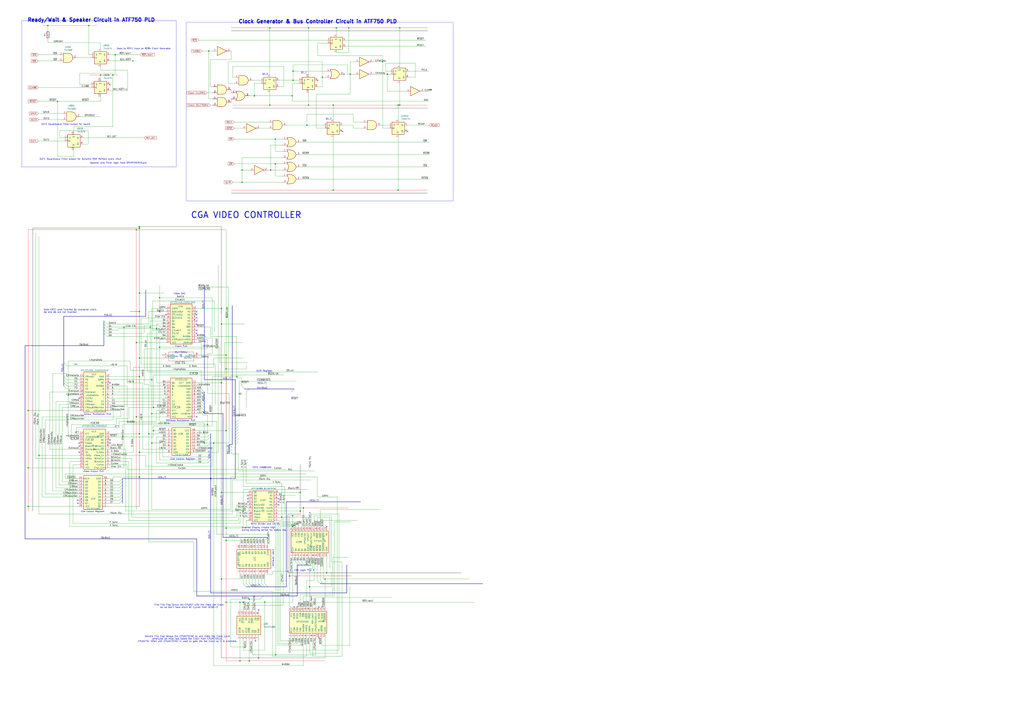
<source format=kicad_sch>
(kicad_sch (version 20231120) (generator "eeschema") (generator_version "8.0")
  (paper "A1")
  (junction (at 197.104 543.179))
  (junction (at 185.674 291.719))
  (junction (at 94.615 44.958))
  (junction (at 131.064 256.159))
  (junction (at 114.554 240.919))
  (junction (at 114.554 309.499))
  (junction (at 273.685 86.36))
  (junction (at 114.554 186.309))
  (junction (at 185.674 303.149))
  (junction (at 112.014 342.519))
  (junction (at 175.514 364.109))
  (junction (at 181.864 314.579))
  (junction (at 236.474 469.519))
  (junction (at 131.064 285.369))
  (junction (at 328.295 22.86))
  (junction (at 123.444 268.859))
  (junction (at 131.064 244.729))
  (junction (at 170.434 348.869))
  (junction (at 327.025 86.36))
  (junction (at 114.554 187.579))
  (junction (at 226.06 114.3))
  (junction (at 287.655 60.96))
  (junction (at 253.365 86.36))
  (junction (at 197.104 494.919))
  (junction (at 246.634 404.749))
  (junction (at 318.135 60.96))
  (junction (at 268.224 470.789))
  (junction (at 246.634 419.989))
  (junction (at 252.095 102.87))
  (junction (at 240.284 432.689))
  (junction (at 56.134 324.739))
  (junction (at 128.524 270.129))
  (junction (at 249.174 417.449))
  (junction (at 328.295 86.36))
  (junction (at 125.984 353.949))
  (junction (at 114.554 392.049))
  (junction (at 181.864 253.619))
  (junction (at 122.174 356.489))
  (junction (at 199.644 419.989))
  (junction (at 101.854 268.859))
  (junction (at 181.864 475.869))
  (junction (at 185.674 433.959))
  (junction (at 112.014 188.849))
  (junction (at 23.114 337.439))
  (junction (at 204.724 543.179))
  (junction (at 266.954 475.869))
  (junction (at 171.45 41.91))
  (junction (at 39.37 20.955))
  (junction (at 314.325 50.8))
  (junction (at 198.755 149.86))
  (junction (at 286.385 22.86))
  (junction (at 208.915 78.74))
  (junction (at 23.114 384.429))
  (junction (at 253.365 22.86))
  (junction (at 181.864 266.319))
  (junction (at 114.554 294.259))
  (junction (at 32.004 374.269))
  (junction (at 114.554 371.729))
  (junction (at 185.674 444.119))
  (junction (at 172.974 393.319))
  (junction (at 194.564 309.499))
  (junction (at 212.344 540.639))
  (junction (at 181.864 404.749))
  (junction (at 231.394 425.069))
  (junction (at 114.554 256.159))
  (junction (at 264.795 63.5))
  (junction (at 185.674 494.919))
  (junction (at 254.254 482.219))
  (junction (at 221.615 86.36))
  (junction (at 114.554 356.489))
  (junction (at 167.894 364.109))
  (junction (at 199.644 494.919))
  (junction (at 226.314 538.099))
  (junction (at 23.114 416.179))
  (junction (at 185.674 353.949))
  (junction (at 124.714 339.979))
  (junction (at 276.225 22.86))
  (junction (at 240.665 66.04))
  (junction (at 124.714 312.039))
  (junction (at 226.06 134.62))
  (junction (at 112.014 281.559))
  (junction (at 204.724 492.379))
  (junction (at 327.025 156.21))
  (junction (at 198.755 139.7))
  (junction (at 82.55 61.595))
  (junction (at 240.665 58.42))
  (junction (at 217.424 494.919))
  (junction (at 222.25 139.7))
  (junction (at 125.984 334.899))
  (junction (at 124.714 364.109))
  (junction (at 47.244 83.312))
  (junction (at 273.685 156.21))
  (junction (at 73.025 20.955))
  (junction (at 240.03 78.74))
  (junction (at 221.615 22.86))
  (junction (at 240.284 423.799))
  (junction (at 237.744 473.329))
  (junction (at 92.71 61.595))
  (no_connect (at 161.544 271.399))
  (no_connect (at 161.544 258.699))
  (no_connect (at 65.024 371.729))
  (no_connect (at 228.854 414.909))
  (no_connect (at 261.874 524.129))
  (no_connect (at 334.645 107.95))
  (no_connect (at 260.985 66.04))
  (no_connect (at 90.424 364.109))
  (no_connect (at 268.224 432.689))
  (no_connect (at 63.754 411.099))
  (no_connect (at 228.854 409.829))
  (no_connect (at 65.024 366.649))
  (no_connect (at 212.344 501.269))
  (no_connect (at 241.554 498.729))
  (no_connect (at 281.305 107.95))
  (no_connect (at 161.544 342.519))
  (no_connect (at 90.424 314.579))
  (no_connect (at 161.544 273.939))
  (no_connect (at 161.544 266.319))
  (no_connect (at 90.424 361.569))
  (no_connect (at 161.544 263.779))
  (no_connect (at 228.854 412.369))
  (no_connect (at 203.454 409.829))
  (no_connect (at 63.754 413.639))
  (no_connect (at 261.874 498.729))
  (no_connect (at 282.575 60.96))
  (no_connect (at 65.024 364.109))
  (no_connect (at 161.544 256.159))
  (no_connect (at 136.144 258.699))
  (no_connect (at 90.17 69.342))
  (no_connect (at 203.454 412.369))
  (no_connect (at 244.094 498.729))
  (no_connect (at 264.414 498.729))
  (no_connect (at 203.454 407.289))
  (no_connect (at 109.22 50.038))
  (no_connect (at 209.804 526.669))
  (no_connect (at 161.544 261.239))
  (no_connect (at 65.024 327.279))
  (bus_entry (at 263.144 479.552) (size -2.54 -2.54))
  (bus_entry (at 193.294 347.599) (size 2.54 -2.54))
  (bus_entry (at 204.724 479.679) (size 2.54 2.54))
  (bus_entry (at 170.434 366.649) (size 2.54 -2.54))
  (bus_entry (at 200.914 319.659) (size -2.54 -2.54))
  (bus_entry (at 170.434 361.569) (size 2.54 -2.54))
  (bus_entry (at 217.424 444.119) (size 2.54 -2.54))
  (bus_entry (at 212.344 479.679) (size 2.54 2.54))
  (bus_entry (at 199.644 479.679) (size 2.54 2.54))
  (bus_entry (at 165.354 327.279) (size 2.54 2.54))
  (bus_entry (at 98.044 413.639) (size 2.54 -2.54))
  (bus_entry (at 207.264 444.119) (size 2.54 -2.54))
  (bus_entry (at 98.044 411.099) (size 2.54 -2.54))
  (bus_entry (at 252.984 464.439) (size -2.54 -2.54))
  (bus_entry (at 204.724 444.119) (size 2.54 -2.54))
  (bus_entry (at 165.354 319.659) (size 2.54 2.54))
  (bus_entry (at 214.884 479.679) (size 2.54 2.54))
  (bus_entry (at 204.724 319.659) (size -2.54 2.54))
  (bus_entry (at 165.354 329.819) (size 2.54 2.54))
  (bus_entry (at 255.524 464.439) (size -2.54 -2.54))
  (bus_entry (at 165.354 337.439) (size 2.54 2.54))
  (bus_entry (at 209.804 479.679) (size 2.54 2.54))
  (bus_entry (at 170.434 375.539) (size 2.54 -2.54))
  (bus_entry (at 85.344 273.939) (size 2.54 2.54))
  (bus_entry (at 98.044 408.559) (size 2.54 -2.54))
  (bus_entry (at 247.904 464.439) (size -2.54 -2.54))
  (bus_entry (at 98.044 398.399) (size 2.54 -2.54))
  (bus_entry (at 85.344 268.859) (size 2.54 2.54))
  (bus_entry (at 98.044 400.939) (size 2.54 -2.54))
  (bus_entry (at 98.044 403.479) (size 2.54 -2.54))
  (bus_entry (at 190.754 367.919) (size -2.54 -2.54))
  (bus_entry (at 52.324 317.119) (size 2.54 2.54))
  (bus_entry (at 170.434 359.029) (size 2.54 -2.54))
  (bus_entry (at 199.644 444.119) (size 2.54 -2.54))
  (bus_entry (at 193.294 350.139) (size 2.54 -2.54))
  (bus_entry (at 241.554 319.659) (size -2.54 2.54))
  (bus_entry (at 245.364 464.439) (size -2.54 -2.54))
  (bus_entry (at 193.294 360.299) (size 2.54 -2.54))
  (bus_entry (at 217.424 479.679) (size 2.54 2.54))
  (bus_entry (at 98.044 406.019) (size 2.54 -2.54))
  (bus_entry (at 193.294 352.679) (size 2.54 -2.54))
  (bus_entry (at 193.294 357.759) (size 2.54 -2.54))
  (bus_entry (at 209.804 444.119) (size 2.54 -2.54))
  (bus_entry (at 165.354 324.739) (size 2.54 2.54))
  (bus_entry (at 202.184 479.679) (size 2.54 2.54))
  (bus_entry (at 165.354 334.899) (size 2.54 2.54))
  (bus_entry (at 207.264 479.679) (size 2.54 2.54))
  (bus_entry (at 216.154 489.839) (size -2.54 2.54))
  (bus_entry (at 193.294 355.219) (size 2.54 -2.54))
  (bus_entry (at 85.344 266.319) (size 2.54 2.54))
  (bus_entry (at 190.754 370.459) (size -2.54 -2.54))
  (bus_entry (at 212.344 444.119) (size 2.54 -2.54))
  (bus_entry (at 165.354 332.359) (size 2.54 2.54))
  (bus_entry (at 202.184 444.119) (size 2.54 -2.54))
  (bus_entry (at 170.434 380.619) (size 2.54 -2.54))
  (bus_entry (at 212.344 479.679) (size 2.54 2.54))
  (bus_entry (at 52.324 309.499) (size 2.54 2.54))
  (bus_entry (at 250.444 464.439) (size -2.54 -2.54))
  (bus_entry (at 170.434 378.079) (size 2.54 -2.54))
  (bus_entry (at 165.354 322.199) (size 2.54 2.54))
  (bus_entry (at 52.324 314.579) (size 2.54 2.54))
  (bus_entry (at 52.324 298.069) (size 2.54 2.54))
  (bus_entry (at 214.884 444.119) (size 2.54 -2.54))
  (bus_entry (at 190.754 372.999) (size -2.54 -2.54))
  (bus_entry (at 85.344 263.779) (size 2.54 2.54))
  (bus_entry (at 98.044 395.859) (size 2.54 -2.54))
  (bus_entry (at 52.324 312.039) (size 2.54 2.54))
  (bus_entry (at 265.684 479.679) (size -2.54 -2.54))
  (bus_entry (at 193.294 365.379) (size 2.54 -2.54))
  (bus_entry (at 85.344 271.399) (size 2.54 2.54))
  (bus_entry (at 193.294 362.839) (size 2.54 -2.54))
  (wire (pts (xy 82.55 61.595) (xy 82.55 64.262)))
  (wire (pts (xy 202.184 427.609) (xy 202.184 433.959)))
  (wire (pts (xy 53.594 389.509) (xy 251.714 389.509)))
  (wire (pts (xy 328.295 68.58) (xy 328.295 86.36)))
  (wire (pts (xy 172.974 268.859) (xy 172.974 276.479)))
  (wire (pts (xy 161.544 337.439) (xy 165.354 337.439)))
  (bus (pts (xy 172.974 372.999) (xy 172.974 375.539)))
  (wire (pts (xy 226.314 428.879) (xy 226.314 538.099)))
  (bus (pts (xy 119.634 259.969) (xy 119.634 238.379)))
  (wire (pts (xy 161.544 327.279) (xy 165.354 327.279)))
  (wire (pts (xy 254.254 482.219) (xy 272.034 482.219)))
  (wire (pts (xy 327.025 156.21) (xy 351.155 156.21)) (stroke (width 0) (color 255 0 0 1)))
  (wire (pts (xy 131.064 244.729) (xy 174.244 244.729)))
  (wire (pts (xy 123.444 263.779) (xy 136.144 263.779)))
  (bus (pts (xy 172.974 364.109) (xy 172.974 372.999)))
  (bus (pts (xy 172.974 375.539) (xy 172.974 378.079)))
  (wire (pts (xy 172.72 48.895) (xy 172.72 71.12)))
  (wire (pts (xy 237.744 473.329) (xy 237.744 498.729)))
  (wire (pts (xy 203.454 414.909) (xy 194.564 414.909)))
  (bus (pts (xy 235.204 412.369) (xy 296.164 412.369)))
  (wire (pts (xy 65.024 309.499) (xy 54.864 309.499)))
  (wire (pts (xy 161.544 281.559) (xy 165.354 281.559)))
  (wire (pts (xy 280.924 461.899) (xy 280.924 539.369)))
  (bus (pts (xy 235.204 412.369) (xy 235.204 482.219)))
  (wire (pts (xy 228.854 431.419) (xy 228.854 529.209)))
  (bus (pts (xy 167.894 327.279) (xy 167.894 329.819)))
  (wire (pts (xy 108.204 425.069) (xy 108.204 376.809)))
  (wire (pts (xy 217.424 472.059) (xy 217.424 479.679)))
  (wire (pts (xy 32.004 422.529) (xy 190.754 422.529)))
  (wire (pts (xy 283.845 33.02) (xy 349.885 33.02)))
  (wire (pts (xy 249.174 489.839) (xy 274.574 489.839)))
  (wire (pts (xy 265.684 432.689) (xy 265.684 427.609)))
  (wire (pts (xy 197.104 526.669) (xy 197.104 543.179)))
  (wire (pts (xy 281.305 102.87) (xy 290.195 102.87)))
  (wire (pts (xy 94.615 44.958) (xy 94.615 60.325)))
  (wire (pts (xy 90.424 371.729) (xy 109.474 371.729)))
  (bus (pts (xy 161.544 442.849) (xy 161.544 489.839)))
  (bus (pts (xy 188.214 367.919) (xy 188.214 370.459)))
  (wire (pts (xy 90.424 322.199) (xy 136.144 322.199)))
  (wire (pts (xy 181.864 314.579) (xy 181.864 404.749)) (stroke (width 0) (color 0 0 0 1)))
  (wire (pts (xy 29.464 376.809) (xy 65.024 376.809)))
  (bus (pts (xy 193.294 352.679) (xy 193.294 355.219)))
  (wire (pts (xy 114.554 392.049) (xy 114.554 416.179)) (stroke (width 0) (color 0 0 0 1)))
  (wire (pts (xy 56.134 324.739) (xy 65.024 324.739)))
  (wire (pts (xy 222.25 119.38) (xy 222.25 139.7)))
  (wire (pts (xy 228.854 529.209) (xy 244.094 529.209)))
  (wire (pts (xy 185.674 494.919) (xy 197.104 494.919)))
  (wire (pts (xy 185.674 188.849) (xy 185.674 291.719)))
  (wire (pts (xy 264.795 63.5) (xy 264.795 71.12)))
  (wire (pts (xy 136.144 281.559) (xy 112.014 281.559)))
  (wire (pts (xy 251.714 539.369) (xy 251.714 524.129)))
  (wire (pts (xy 287.274 530.479) (xy 264.414 530.479)))
  (wire (pts (xy 231.775 124.46) (xy 226.06 124.46)))
  (wire (pts (xy 202.184 472.059) (xy 202.184 479.679)))
  (wire (pts (xy 90.424 334.899) (xy 92.964 334.899)))
  (wire (pts (xy 66.294 95.758) (xy 82.677 95.758)))
  (wire (pts (xy 90.424 374.269) (xy 119.634 374.269)))
  (wire (pts (xy 223.774 469.519) (xy 236.474 469.519)))
  (bus (pts (xy 172.974 356.489) (xy 172.974 359.029)))
  (wire (pts (xy 118.364 286.639) (xy 118.364 315.849)))
  (wire (pts (xy 161.544 319.659) (xy 165.354 319.659)))
  (wire (pts (xy 226.06 114.3) (xy 231.775 114.3)))
  (wire (pts (xy 235.585 102.87) (xy 252.095 102.87)))
  (wire (pts (xy 249.174 489.839) (xy 249.174 498.729)))
  (wire (pts (xy 191.135 86.36) (xy 221.615 86.36)) (stroke (width 0) (color 255 0 0 1)))
  (wire (pts (xy 236.474 469.519) (xy 236.474 470.789)) (stroke (width 0) (color 0 0 0 1)))
  (wire (pts (xy 118.364 315.849) (xy 122.174 315.849)))
  (wire (pts (xy 247.015 137.16) (xy 352.425 137.16)))
  (wire (pts (xy 245.364 431.419) (xy 228.854 431.419)))
  (wire (pts (xy 39.37 32.385) (xy 39.37 35.052)))
  (wire (pts (xy 37.084 406.019) (xy 37.084 345.059)))
  (wire (pts (xy 23.114 337.439) (xy 23.114 384.429)) (stroke (width 0) (color 255 0 0 1)))
  (wire (pts (xy 63.754 398.399) (xy 48.514 398.399)))
  (wire (pts (xy 240.284 423.799) (xy 249.174 423.799)) (stroke (width 0) (color 255 0 0 1)))
  (bus (pts (xy 161.544 489.839) (xy 216.154 489.839)))
  (wire (pts (xy 255.524 458.089) (xy 255.524 463.169)))
  (wire (pts (xy 119.634 383.159) (xy 174.244 383.159)))
  (wire (pts (xy 328.295 86.36) (xy 351.155 86.36)) (stroke (width 0) (color 255 0 0 1)))
  (wire (pts (xy 90.424 376.809) (xy 108.204 376.809)))
  (wire (pts (xy 169.164 276.479) (xy 161.544 276.479)))
  (wire (pts (xy 181.864 404.749) (xy 181.864 475.869)) (stroke (width 0) (color 0 0 0 1)))
  (wire (pts (xy 240.665 58.42) (xy 240.665 53.34)))
  (wire (pts (xy 59.944 381.889) (xy 65.024 381.889)))
  (wire (pts (xy 327.025 97.79) (xy 327.025 86.36)))
  (wire (pts (xy 181.864 266.319) (xy 200.914 266.319)))
  (wire (pts (xy 258.064 432.689) (xy 258.064 423.799)))
  (wire (pts (xy 259.334 491.109) (xy 259.334 498.729)))
  (wire (pts (xy 34.544 342.519) (xy 34.544 408.559)))
  (wire (pts (xy 72.39 118.364) (xy 68.326 118.364)))
  (bus (pts (xy 204.724 482.219) (xy 207.264 482.219)))
  (wire (pts (xy 260.604 458.089) (xy 260.604 477.012)))
  (wire (pts (xy 58.674 361.569) (xy 65.024 361.569)))
  (wire (pts (xy 26.924 187.579) (xy 114.554 187.579)) (stroke (width 0) (color 0 0 0 1)))
  (wire (pts (xy 194.564 309.499) (xy 174.244 309.499)))
  (wire (pts (xy 232.664 425.069) (xy 252.984 425.069)))
  (wire (pts (xy 60.706 128.524) (xy 60.706 123.444)))
  (wire (pts (xy 246.634 488.569) (xy 273.304 488.569)))
  (wire (pts (xy 161.544 324.739) (xy 165.354 324.739)))
  (wire (pts (xy 283.845 38.1) (xy 349.885 38.1)))
  (wire (pts (xy 259.334 538.099) (xy 259.334 524.129)))
  (wire (pts (xy 101.854 384.429) (xy 90.424 384.429)))
  (wire (pts (xy 240.665 53.34) (xy 285.115 53.34)))
  (wire (pts (xy 165.354 304.419) (xy 106.934 304.419)))
  (wire (pts (xy 89.154 411.099) (xy 98.044 411.099)))
  (wire (pts (xy 245.364 458.089) (xy 245.364 461.899)))
  (wire (pts (xy 73.025 20.955) (xy 80.01 20.955)) (stroke (width 0) (color 255 0 0 1)))
  (bus (pts (xy 252.984 464.439) (xy 255.524 464.439)))
  (bus (pts (xy 100.584 393.319) (xy 100.584 395.859)))
  (wire (pts (xy 264.795 63.5) (xy 264.795 50.8)))
  (wire (pts (xy 264.414 530.479) (xy 264.414 524.129)))
  (wire (pts (xy 104.394 381.889) (xy 104.394 385.699)))
  (wire (pts (xy 131.064 279.019) (xy 136.144 279.019)))
  (wire (pts (xy 230.124 432.689) (xy 240.284 432.689)))
  (wire (pts (xy 189.865 41.91) (xy 189.865 48.895)))
  (bus (pts (xy 284.734 487.299) (xy 284.734 464.439)))
  (bus (pts (xy 167.894 334.899) (xy 167.894 337.439)))
  (wire (pts (xy 63.754 395.859) (xy 51.054 395.859)))
  (wire (pts (xy 286.385 22.86) (xy 286.385 43.18)))
  (bus (pts (xy 188.214 370.459) (xy 188.214 372.999)))
  (wire (pts (xy 90.424 337.439) (xy 99.314 337.439)))
  (wire (pts (xy 65.024 369.189) (xy 40.894 369.189)))
  (wire (pts (xy 89.154 413.639) (xy 98.044 413.639)))
  (wire (pts (xy 94.615 44.958) (xy 114.935 44.958)))
  (wire (pts (xy 190.754 394.589) (xy 255.524 394.589)))
  (wire (pts (xy 328.295 22.86) (xy 351.155 22.86)) (stroke (width 0) (color 255 0 0 1)))
  (wire (pts (xy 226.06 114.3) (xy 226.06 124.46)))
  (wire (pts (xy 161.544 359.029) (xy 170.434 359.029)))
  (wire (pts (xy 165.354 317.119) (xy 165.354 304.419)))
  (wire (pts (xy 260.604 425.069) (xy 270.764 425.069)))
  (wire (pts (xy 185.674 444.119) (xy 197.104 444.119)))
  (wire (pts (xy 114.554 186.309) (xy 181.864 186.309)) (stroke (width 0) (color 0 0 0 1)))
  (bus (pts (xy 167.894 324.739) (xy 167.894 327.279)))
  (wire (pts (xy 114.554 294.259) (xy 133.604 294.259)))
  (wire (pts (xy 286.385 22.86) (xy 328.295 22.86)) (stroke (width 0) (color 255 0 0 1)))
  (bus (pts (xy 193.294 357.759) (xy 193.294 360.299)))
  (wire (pts (xy 57.404 432.689) (xy 57.404 379.349)))
  (wire (pts (xy 340.995 63.5) (xy 340.995 52.07)))
  (wire (pts (xy 30.988 50.038) (xy 48.26 50.038)))
  (wire (pts (xy 185.674 353.949) (xy 185.674 303.149)))
  (wire (pts (xy 166.624 339.979) (xy 161.544 339.979)))
  (wire (pts (xy 287.655 77.47) (xy 259.715 77.47)))
  (wire (pts (xy 314.325 45.72) (xy 260.985 45.72)))
  (wire (pts (xy 172.974 276.479) (xy 194.564 276.479)))
  (wire (pts (xy 31.496 93.218) (xy 51.054 93.218)))
  (wire (pts (xy 181.864 475.869) (xy 181.864 540.639)) (stroke (width 0) (color 0 0 0 1)))
  (wire (pts (xy 256.794 466.979) (xy 256.794 463.169)))
  (wire (pts (xy 167.894 347.599) (xy 104.394 347.599)))
  (bus (pts (xy 188.214 365.379) (xy 188.214 367.919)))
  (wire (pts (xy 214.884 444.119) (xy 214.884 446.659)))
  (wire (pts (xy 250.444 458.089) (xy 250.444 461.899)))
  (wire (pts (xy 174.244 244.729) (xy 174.244 275.209)))
  (wire (pts (xy 250.444 428.879) (xy 226.314 428.879)))
  (wire (pts (xy 311.404 418.719) (xy 263.144 418.719)))
  (wire (pts (xy 240.284 458.089) (xy 240.284 494.919)))
  (bus (pts (xy 52.324 259.969) (xy 52.324 298.069)))
  (wire (pts (xy 60.706 108.204) (xy 60.706 104.14)))
  (wire (pts (xy 68.326 113.284) (xy 118.364 113.284)))
  (wire (pts (xy 276.225 22.86) (xy 286.385 22.86)) (stroke (width 0) (color 255 0 0 1)))
  (wire (pts (xy 125.349 247.269) (xy 176.149 247.269)))
  (wire (pts (xy 196.469 313.309) (xy 196.469 342.519)))
  (wire (pts (xy 165.354 281.559) (xy 165.354 294.259)))
  (wire (pts (xy 89.154 393.319) (xy 92.964 393.319)))
  (wire (pts (xy 58.674 348.869) (xy 58.674 361.569)))
  (wire (pts (xy 237.744 423.799) (xy 237.744 473.329)) (stroke (width 0) (color 255 0 0 1)))
  (wire (pts (xy 239.014 498.729) (xy 237.744 498.729)))
  (wire (pts (xy 233.045 54.61) (xy 191.135 54.61)))
  (wire (pts (xy 204.724 492.379) (xy 204.724 501.269)))
  (wire (pts (xy 125.984 308.229) (xy 125.984 334.899)))
  (wire (pts (xy 198.755 139.7) (xy 198.755 149.86)))
  (wire (pts (xy 207.264 538.099) (xy 226.314 538.099)))
  (wire (pts (xy 48.514 332.359) (xy 65.024 332.359)))
  (wire (pts (xy 228.854 419.989) (xy 246.634 419.989)))
  (wire (pts (xy 197.104 501.269) (xy 197.104 494.919)))
  (wire (pts (xy 287.655 60.96) (xy 287.655 77.47)))
  (wire (pts (xy 175.514 364.109) (xy 172.974 364.109)))
  (bus (pts (xy 190.754 365.379) (xy 188.214 365.379)))
  (wire (pts (xy 161.544 334.899) (xy 165.354 334.899)))
  (wire (pts (xy 260.985 35.56) (xy 268.605 35.56)))
  (wire (pts (xy 89.154 403.479) (xy 98.044 403.479)))
  (wire (pts (xy 114.554 371.729) (xy 136.144 371.729)))
  (wire (pts (xy 166.624 341.249) (xy 166.624 339.979)))
  (wire (pts (xy 223.774 472.059) (xy 223.774 469.519)))
  (bus (pts (xy 193.294 312.039) (xy 193.294 347.599)))
  (wire (pts (xy 246.634 404.749) (xy 246.634 419.989)) (stroke (width 0) (color 0 0 0 1)))
  (wire (pts (xy 213.614 492.379) (xy 204.724 492.379)))
  (wire (pts (xy 133.604 366.649) (xy 133.604 375.539)))
  (wire (pts (xy 242.824 407.289) (xy 228.854 407.289)))
  (bus (pts (xy 183.134 441.579) (xy 202.184 441.579)))
  (wire (pts (xy 131.064 378.079) (xy 170.434 378.079)))
  (wire (pts (xy 252.984 425.069) (xy 252.984 432.689)))
  (wire (pts (xy 265.684 427.609) (xy 293.624 427.609)))
  (bus (pts (xy 52.324 259.969) (xy 119.634 259.969)))
  (bus (pts (xy 167.894 332.359) (xy 167.894 334.899)))
  (wire (pts (xy 195.834 386.969) (xy 258.064 386.969)))
  (wire (pts (xy 189.865 158.75) (xy 351.155 158.75)) (stroke (width 0) (color 0 0 0 1)))
  (wire (pts (xy 29.464 191.389) (xy 29.464 376.809)))
  (wire (pts (xy 136.144 366.649) (xy 133.604 366.649)))
  (wire (pts (xy 176.784 332.359) (xy 176.784 299.339)))
  (wire (pts (xy 123.444 263.779) (xy 123.444 268.859)))
  (wire (pts (xy 256.794 494.919) (xy 390.144 494.919)))
  (wire (pts (xy 252.095 102.87) (xy 266.065 102.87)))
  (bus (pts (xy 219.964 441.579) (xy 217.424 441.579)))
  (wire (pts (xy 162.814 238.379) (xy 172.974 238.379)))
  (wire (pts (xy 87.884 276.479) (xy 136.144 276.479)))
  (wire (pts (xy 229.235 66.04) (xy 240.665 66.04)))
  (wire (pts (xy 104.394 314.579) (xy 104.394 300.609)))
  (wire (pts (xy 256.794 494.919) (xy 256.794 498.729)))
  (wire (pts (xy 172.974 364.109) (xy 167.894 364.109)))
  (wire (pts (xy 328.295 22.86) (xy 328.295 53.34)))
  (wire (pts (xy 189.484 492.379) (xy 189.484 531.749)))
  (wire (pts (xy 202.184 300.609) (xy 202.184 303.149)))
  (wire (pts (xy 273.685 86.36) (xy 273.685 97.79)))
  (wire (pts (xy 190.754 394.589) (xy 190.754 422.529)))
  (wire (pts (xy 89.154 406.019) (xy 98.044 406.019)))
  (wire (pts (xy 90.424 332.359) (xy 136.144 332.359)))
  (bus (pts (xy 209.804 441.579) (xy 207.264 441.579)))
  (wire (pts (xy 90.17 74.422) (xy 104.775 74.422)))
  (wire (pts (xy 191.135 63.5) (xy 192.405 63.5)))
  (bus (pts (xy 100.584 408.559) (xy 100.584 411.099)))
  (wire (pts (xy 32.004 193.929) (xy 32.004 374.269)))
  (wire (pts (xy 170.434 323.469) (xy 170.434 290.449)))
  (wire (pts (xy 112.014 281.559) (xy 112.014 342.519)) (stroke (width 0) (color 255 0 0 1)))
  (wire (pts (xy 162.814 235.839) (xy 187.579 235.839)))
  (wire (pts (xy 23.114 188.849) (xy 23.114 337.439)) (stroke (width 0) (color 255 0 0 1)))
  (wire (pts (xy 170.434 341.249) (xy 166.624 341.249)))
  (wire (pts (xy 122.174 356.489) (xy 122.174 445.389)))
  (wire (pts (xy 128.524 337.439) (xy 128.524 346.329)))
  (wire (pts (xy 172.72 86.36) (xy 174.625 86.36)))
  (wire (pts (xy 233.045 71.12) (xy 233.045 54.61)))
  (wire (pts (xy 212.344 472.059) (xy 212.344 479.679)))
  (wire (pts (xy 34.544 408.559) (xy 63.754 408.559)))
  (wire (pts (xy 175.514 546.989) (xy 249.174 546.989)))
  (wire (pts (xy 184.404 308.229) (xy 125.984 308.229)))
  (wire (pts (xy 223.774 486.029) (xy 223.774 539.369)))
  (wire (pts (xy 185.674 291.719) (xy 185.674 303.149)) (stroke (width 0) (color 255 0 0 1)))
  (wire (pts (xy 243.459 313.309) (xy 196.469 313.309)))
  (wire (pts (xy 246.634 488.569) (xy 246.634 498.729)))
  (wire (pts (xy 90.424 366.649) (xy 100.584 366.649)))
  (wire (pts (xy 170.434 356.489) (xy 161.544 356.489)))
  (bus (pts (xy 207.264 482.219) (xy 209.804 482.219)))
  (wire (pts (xy 258.064 477.139) (xy 251.714 477.139)))
  (wire (pts (xy 194.564 309.499) (xy 194.564 310.769)))
  (wire (pts (xy 188.214 323.469) (xy 188.214 364.109)))
  (wire (pts (xy 233.299 308.229) (xy 187.579 308.229)))
  (wire (pts (xy 181.864 404.749) (xy 203.454 404.749)))
  (wire (pts (xy 228.854 425.069) (xy 231.394 425.069)))
  (wire (pts (xy 231.394 397.129) (xy 231.394 425.069)))
  (wire (pts (xy 124.714 312.039) (xy 90.424 312.039)))
  (wire (pts (xy 188.214 323.469) (xy 170.434 323.469)))
  (wire (pts (xy 272.034 469.519) (xy 272.034 482.219)))
  (bus (pts (xy 247.904 464.439) (xy 250.444 464.439)))
  (wire (pts (xy 273.685 86.36) (xy 327.025 86.36)) (stroke (width 0) (color 255 0 0 1)))
  (wire (pts (xy 230.124 526.669) (xy 241.554 526.669)))
  (wire (pts (xy 131.064 346.329) (xy 178.054 346.329)))
  (wire (pts (xy 199.644 281.559) (xy 184.404 281.559)))
  (wire (pts (xy 104.394 314.579) (xy 117.094 314.579)))
  (wire (pts (xy 103.124 419.989) (xy 199.644 419.989)))
  (wire (pts (xy 207.264 526.669) (xy 207.264 538.099)))
  (wire (pts (xy 57.404 379.349) (xy 65.024 379.349)))
  (wire (pts (xy 285.115 53.34) (xy 285.115 60.96)))
  (wire (pts (xy 161.544 317.119) (xy 165.354 317.119)))
  (wire (pts (xy 189.865 22.86) (xy 221.615 22.86)) (stroke (width 0) (color 255 0 0 1)))
  (wire (pts (xy 56.134 324.739) (xy 56.134 359.029)))
  (wire (pts (xy 249.174 524.129) (xy 249.174 546.989)))
  (wire (pts (xy 197.104 446.659) (xy 197.104 444.119)))
  (wire (pts (xy 240.665 66.04) (xy 240.665 58.42)))
  (wire (pts (xy 280.924 539.369) (xy 256.794 539.369)))
  (wire (pts (xy 161.544 366.649) (xy 170.434 366.649)))
  (wire (pts (xy 340.995 52.07) (xy 316.865 52.07)))
  (wire (pts (xy 128.524 337.439) (xy 136.144 337.439)))
  (wire (pts (xy 288.544 428.879) (xy 274.574 428.879)))
  (wire (pts (xy 223.774 539.369) (xy 251.714 539.369)))
  (wire (pts (xy 104.775 74.422) (xy 104.775 57.785)))
  (wire (pts (xy 159.004 486.029) (xy 223.774 486.029)))
  (wire (pts (xy 124.714 339.979) (xy 124.714 312.039)))
  (bus (pts (xy 183.134 441.579) (xy 183.134 339.979)))
  (wire (pts (xy 180.594 298.069) (xy 203.454 298.069)))
  (wire (pts (xy 250.444 432.689) (xy 250.444 428.879)))
  (wire (pts (xy 209.804 444.119) (xy 209.804 446.659)))
  (wire (pts (xy 251.714 477.139) (xy 251.714 498.729)))
  (wire (pts (xy 209.804 494.919) (xy 217.424 494.919)))
  (wire (pts (xy 99.314 337.439) (xy 99.314 342.519)))
  (wire (pts (xy 113.284 186.309) (xy 114.554 186.309)) (stroke (width 0) (color 0 0 0 1)))
  (wire (pts (xy 170.434 341.249) (xy 170.434 348.869)))
  (wire (pts (xy 90.424 309.499) (xy 114.554 309.499)))
  (wire (pts (xy 63.754 403.479) (xy 43.434 403.479)))
  (bus (pts (xy 100.584 403.479) (xy 100.584 406.019)))
  (bus (pts (xy 214.884 441.579) (xy 212.344 441.579)))
  (wire (pts (xy 164.084 294.259) (xy 165.354 294.259)))
  (wire (pts (xy 199.644 494.919) (xy 207.264 494.919)))
  (wire (pts (xy 128.524 380.619) (xy 170.434 380.619)))
  (wire (pts (xy 207.645 66.04) (xy 213.995 66.04)))
  (wire (pts (xy 197.104 430.149) (xy 59.944 430.149)))
  (wire (pts (xy 165.735 41.91) (xy 171.45 41.91)))
  (wire (pts (xy 65.405 69.342) (xy 74.93 69.342)))
  (wire (pts (xy 112.014 188.849) (xy 112.014 281.559)) (stroke (width 0) (color 255 0 0 1)))
  (wire (pts (xy 175.514 294.259) (xy 175.514 301.879)))
  (wire (pts (xy 31.75 98.298) (xy 51.054 98.298)))
  (wire (pts (xy 287.274 482.219) (xy 287.274 530.479)))
  (wire (pts (xy 89.154 416.179) (xy 114.554 416.179)))
  (wire (pts (xy 204.724 444.119) (xy 204.724 446.659)))
  (wire (pts (xy 39.37 20.955) (xy 73.025 20.955)) (stroke (width 0) (color 255 0 0 1)))
  (bus (pts (xy 100.584 398.399) (xy 100.584 400.939)))
  (wire (pts (xy 276.225 22.86) (xy 276.225 27.94)))
  (wire (pts (xy 327.025 86.36) (xy 325.755 86.36)))
  (wire (pts (xy 131.064 268.859) (xy 131.064 267.589)))
  (wire (pts (xy 192.405 114.3) (xy 226.06 114.3)))
  (wire (pts (xy 236.474 422.529) (xy 236.474 469.519)) (stroke (width 0) (color 0 0 0 1)))
  (wire (pts (xy 32.004 374.269) (xy 65.024 374.269)))
  (wire (pts (xy 189.484 392.049) (xy 189.484 418.719)))
  (wire (pts (xy 202.184 531.749) (xy 202.184 526.669)))
  (wire (pts (xy 199.644 399.669) (xy 233.934 399.669)))
  (wire (pts (xy 189.865 81.28) (xy 189.865 83.82)))
  (wire (pts (xy 253.365 86.36) (xy 273.685 86.36)) (stroke (width 0) (color 255 0 0 1)))
  (wire (pts (xy 54.864 312.039) (xy 65.024 312.039)))
  (bus (pts (xy 244.094 464.439) (xy 244.094 489.839)))
  (wire (pts (xy 163.195 33.02) (xy 268.605 33.02)))
  (wire (pts (xy 189.484 531.749) (xy 202.184 531.749)))
  (wire (pts (xy 335.915 63.5) (xy 340.995 63.5)))
  (wire (pts (xy 90.424 381.889) (xy 104.394 381.889)))
  (wire (pts (xy 237.744 423.799) (xy 240.284 423.799)) (stroke (width 0) (color 255 0 0 1)))
  (bus (pts (xy 216.154 489.839) (xy 244.094 489.839)))
  (wire (pts (xy 187.325 68.58) (xy 192.405 68.58)))
  (wire (pts (xy 39.37 35.052) (xy 82.55 35.052)))
  (wire (pts (xy 259.715 105.41) (xy 266.065 105.41)))
  (wire (pts (xy 59.944 381.889) (xy 59.944 430.149)))
  (wire (pts (xy 263.144 458.089) (xy 263.144 477.139)))
  (wire (pts (xy 260.604 408.559) (xy 277.114 408.559)))
  (wire (pts (xy 136.144 268.859) (xy 131.064 268.859)))
  (wire (pts (xy 124.714 364.109) (xy 136.144 364.109)))
  (wire (pts (xy 181.864 253.619) (xy 181.864 257.429)))
  (wire (pts (xy 98.044 351.409) (xy 62.484 351.409)))
  (wire (pts (xy 35.56 20.955) (xy 39.37 20.955)) (stroke (width 0) (color 255 0 0 1)))
  (wire (pts (xy 136.144 369.189) (xy 117.094 369.189)))
  (wire (pts (xy 40.894 369.189) (xy 40.894 322.199)))
  (bus (pts (xy 193.294 350.139) (xy 193.294 352.679)))
  (bus (pts (xy 167.894 322.199) (xy 167.894 324.739)))
  (wire (pts (xy 252.984 458.089) (xy 252.984 461.899)))
  (wire (pts (xy 174.244 309.499) (xy 174.244 350.139)))
  (wire (pts (xy 187.325 50.8) (xy 187.325 68.58)))
  (wire (pts (xy 23.114 384.429) (xy 65.024 384.429)))
  (wire (pts (xy 228.854 404.749) (xy 246.634 404.749)))
  (wire (pts (xy 114.554 371.729) (xy 114.554 392.049)) (stroke (width 0) (color 0 0 0 1)))
  (wire (pts (xy 228.854 422.529) (xy 233.934 422.529)))
  (wire (pts (xy 114.554 187.579) (xy 114.554 186.309)) (stroke (width 0) (color 0 0 0 1)))
  (wire (pts (xy 280.924 461.899) (xy 272.034 461.899)))
  (wire (pts (xy 181.864 253.619) (xy 181.864 266.319)) (stroke (width 0) (color 0 0 0 1)))
  (wire (pts (xy 185.674 303.149) (xy 185.674 291.719)))
  (wire (pts (xy 122.174 315.849) (xy 122.174 356.489)))
  (wire (pts (xy 212.344 540.639) (xy 266.954 540.639)) (stroke (width 0) (color 0 0 0 1)))
  (wire (pts (xy 191.135 149.86) (xy 198.755 149.86)))
  (wire (pts (xy 124.714 339.979) (xy 124.714 364.109)))
  (wire (pts (xy 131.064 256.159) (xy 136.144 256.159)))
  (bus (pts (xy 167.894 312.039) (xy 193.294 312.039)))
  (wire (pts (xy 54.864 319.659) (xy 65.024 319.659)))
  (wire (pts (xy 171.45 41.91) (xy 171.45 81.28)))
  (wire (pts (xy 297.815 100.33) (xy 290.195 100.33)))
  (wire (pts (xy 131.064 361.569) (xy 131.064 378.079)))
  (wire (pts (xy 128.524 270.129) (xy 128.524 266.319)))
  (wire (pts (xy 161.544 253.619) (xy 181.864 253.619)))
  (wire (pts (xy 260.604 392.049) (xy 260.604 408.559)))
  (wire (pts (xy 204.724 492.379) (xy 189.484 492.379)))
  (wire (pts (xy 90.424 319.659) (xy 136.144 319.659)))
  (wire (pts (xy 23.114 384.429) (xy 23.114 416.179)) (stroke (width 0) (color 255 0 0 1)))
  (wire (pts (xy 175.514 364.109) (xy 175.514 546.989)))
  (wire (pts (xy 228.854 427.609) (xy 231.394 427.609)))
  (wire (pts (xy 255.524 432.689) (xy 255.524 422.529)))
  (wire (pts (xy 212.344 444.119) (xy 212.344 446.659)))
  (wire (pts (xy 202.184 380.619) (xy 202.184 397.129)))
  (bus (pts (xy 214.884 482.219) (xy 217.424 482.219)))
  (wire (pts (xy 246.634 524.129) (xy 246.634 530.479)))
  (wire (pts (xy 199.644 402.209) (xy 199.644 419.989)))
  (wire (pts (xy 231.775 144.78) (xy 226.06 144.78)))
  (wire (pts (xy 105.664 427.609) (xy 105.664 379.349)))
  (wire (pts (xy 161.544 329.819) (xy 165.354 329.819)))
  (wire (pts (xy 207.264 494.919) (xy 207.264 501.269)))
  (wire (pts (xy 125.984 353.949) (xy 125.984 359.029)))
  (wire (pts (xy 161.544 279.019) (xy 170.434 279.019)))
  (bus (pts (xy 209.804 482.219) (xy 212.344 482.219)))
  (wire (pts (xy 202.184 397.129) (xy 231.394 397.129)))
  (wire (pts (xy 189.865 156.21) (xy 273.685 156.21)) (stroke (width 0) (color 255 0 0 1)))
  (wire (pts (xy 249.174 417.449) (xy 249.174 423.799)) (stroke (width 0) (color 255 0 0 1)))
  (wire (pts (xy 259.715 77.47) (xy 259.715 105.41)))
  (bus (pts (xy 100.584 395.859) (xy 100.584 398.399)))
  (wire (pts (xy 202.184 501.269) (xy 202.184 497.459)))
  (bus (pts (xy 52.324 312.039) (xy 52.324 314.579)))
  (bus (pts (xy 172.974 393.319) (xy 172.974 487.299)))
  (wire (pts (xy 114.554 356.489) (xy 114.554 371.729)) (stroke (width 0) (color 0 0 0 1)))
  (wire (pts (xy 226.314 538.099) (xy 259.334 538.099)))
  (wire (pts (xy 204.724 543.179) (xy 266.954 543.179)) (stroke (width 0) (color 255 0 0 1)))
  (wire (pts (xy 268.224 470.789) (xy 378.714 470.789)) (stroke (width 0) (color 0 0 0 1)))
  (wire (pts (xy 185.674 433.959) (xy 185.674 444.119)) (stroke (width 0) (color 255 0 0 1)))
  (wire (pts (xy 73.025 44.958) (xy 73.025 20.955)))
  (wire (pts (xy 128.524 314.579) (xy 128.524 270.129)))
  (wire (pts (xy 212.344 526.669) (xy 212.344 540.639)))
  (wire (pts (xy 204.724 526.669) (xy 204.724 543.179)))
  (wire (pts (xy 188.214 364.109) (xy 175.514 364.109)))
  (wire (pts (xy 122.174 445.389) (xy 159.004 445.389)))
  (wire (pts (xy 54.864 300.609) (xy 104.394 300.609)))
  (wire (pts (xy 101.854 268.859) (xy 123.444 268.859)))
  (wire (pts (xy 161.544 361.569) (xy 170.434 361.569)))
  (wire (pts (xy 103.124 419.989) (xy 103.124 369.189)))
  (wire (pts (xy 125.349 247.269) (xy 125.349 271.399)))
  (wire (pts (xy 124.714 253.619) (xy 136.144 253.619)))
  (wire (pts (xy 31.496 71.882) (xy 74.93 71.882)))
  (wire (pts (xy 194.564 425.069) (xy 108.204 425.069)))
  (bus (pts (xy 52.324 309.499) (xy 52.324 312.039)))
  (wire (pts (xy 202.184 322.199) (xy 202.184 334.899)))
  (wire (pts (xy 265.684 475.869) (xy 266.954 475.869)))
  (bus (pts (xy 52.324 298.069) (xy 52.324 309.499)))
  (bus (pts (xy 167.894 339.979) (xy 183.134 339.979)))
  (bus (pts (xy 100.584 411.099) (xy 100.584 413.639)))
  (wire (pts (xy 100.584 348.869) (xy 100.584 366.649)))
  (wire (pts (xy 171.45 41.91) (xy 174.625 41.91)))
  (wire (pts (xy 63.754 400.939) (xy 45.974 400.939)))
  (wire (pts (xy 106.934 256.159) (xy 114.554 256.159)) (stroke (width 0) (color 0 0 0 1)))
  (wire (pts (xy 219.964 472.059) (xy 223.774 472.059)))
  (wire (pts (xy 125.984 334.899) (xy 136.144 334.899)))
  (wire (pts (xy 253.365 76.2) (xy 253.365 86.36)))
  (wire (pts (xy 131.064 279.019) (xy 131.064 285.369)))
  (wire (pts (xy 122.174 256.159) (xy 131.064 256.159)))
  (wire (pts (xy 195.834 427.609) (xy 105.664 427.609)))
  (wire (pts (xy 118.364 267.589) (xy 118.364 273.939)))
  (wire (pts (xy 222.25 119.38) (xy 231.775 119.38)))
  (bus (pts (xy 204.724 441.579) (xy 202.184 441.579)))
  (wire (pts (xy 199.644 419.989) (xy 203.454 419.989)))
  (wire (pts (xy 100.584 348.869) (xy 170.434 348.869)))
  (wire (pts (xy 191.135 54.61) (xy 191.135 63.5)))
  (wire (pts (xy 207.264 472.059) (xy 207.264 479.679)))
  (wire (pts (xy 131.064 234.569) (xy 131.064 244.729)))
  (wire (pts (xy 199.644 425.069) (xy 199.644 432.689)))
  (wire (pts (xy 54.864 309.499) (xy 54.864 306.959)))
  (wire (pts (xy 90.17 50.038) (xy 109.22 50.038)))
  (wire (pts (xy 53.594 389.509) (xy 53.594 393.319)))
  (wire (pts (xy 253.365 22.86) (xy 276.225 22.86)) (stroke (width 0) (color 255 0 0 1)))
  (wire (pts (xy 23.114 188.849) (xy 112.014 188.849)) (stroke (width 0) (color 255 0 0 1)))
  (wire (pts (xy 174.244 350.139) (xy 125.984 350.139)))
  (wire (pts (xy 104.394 347.599) (xy 104.394 317.119)))
  (wire (pts (xy 247.015 127) (xy 352.425 127)))
  (wire (pts (xy 263.144 418.719) (xy 263.144 432.689)))
  (wire (pts (xy 23.114 416.179) (xy 63.754 416.179)))
  (wire (pts (xy 260.985 71.12) (xy 264.795 71.12)))
  (wire (pts (xy 120.904 273.939) (xy 120.904 305.689)))
  (wire (pts (xy 185.674 303.149) (xy 185.674 353.949)) (stroke (width 0) (color 255 0 0 1)))
  (bus (pts (xy 212.344 441.579) (xy 209.804 441.579)))
  (wire (pts (xy 92.71 61.595) (xy 96.52 61.595)) (stroke (width 0) (color 255 0 0 1)))
  (wire (pts (xy 287.655 50.8) (xy 287.655 60.96)))
  (wire (pts (xy 136.144 314.579) (xy 128.524 314.579)))
  (wire (pts (xy 90.424 379.349) (xy 105.664 379.349)))
  (wire (pts (xy 23.114 337.439) (xy 28.194 337.439)) (stroke (width 0) (color 255 0 0 1)))
  (wire (pts (xy 119.634 374.269) (xy 119.634 383.159)))
  (wire (pts (xy 199.644 494.919) (xy 199.644 501.269)))
  (wire (pts (xy 185.674 543.179) (xy 197.104 543.179)) (stroke (width 0) (color 255 0 0 1)))
  (wire (pts (xy 62.484 356.489) (xy 65.024 356.489)))
  (wire (pts (xy 239.014 524.129) (xy 239.014 534.289)))
  (wire (pts (xy 255.524 422.529) (xy 278.384 422.529)))
  (wire (pts (xy 175.514 294.259) (xy 199.644 294.259)))
  (wire (pts (xy 236.474 470.789) (xy 268.224 470.789)) (stroke (width 0) (color 0 0 0 1)))
  (wire (pts (xy 161.544 371.729) (xy 179.324 371.729)))
  (wire (pts (xy 120.904 305.689) (xy 260.604 305.689)))
  (wire (pts (xy 87.884 271.399) (xy 96.774 271.399)))
  (wire (pts (xy 197.104 494.919) (xy 199.644 494.919)))
  (wire (pts (xy 95.504 343.789) (xy 95.504 348.869)))
  (wire (pts (xy 122.174 266.319) (xy 122.174 256.159)))
  (wire (pts (xy 231.394 427.609) (xy 231.394 425.069)))
  (wire (pts (xy 170.434 279.019) (xy 170.434 286.639)))
  (wire (pts (xy 226.06 134.62) (xy 226.06 144.78)))
  (wire (pts (xy 203.454 380.619) (xy 202.184 380.619)))
  (bus (pts (xy 212.344 482.219) (xy 214.884 482.219)))
  (wire (pts (xy 99.314 342.519) (xy 34.544 342.519)))
  (wire (pts (xy 118.364 273.939) (xy 87.884 273.939)))
  (wire (pts (xy 237.744 473.329) (xy 288.544 473.329)) (stroke (width 0) (color 255 0 0 1)))
  (wire (pts (xy 241.554 524.129) (xy 241.554 526.669)))
  (wire (pts (xy 118.364 286.639) (xy 170.434 286.639)))
  (wire (pts (xy 242.824 458.089) (xy 242.824 461.899)))
  (wire (pts (xy 89.154 400.939) (xy 98.044 400.939)))
  (wire (pts (xy 131.064 267.589) (xy 118.364 267.589)))
  (wire (pts (xy 217.424 534.289) (xy 199.644 534.289)))
  (wire (pts (xy 32.004 374.269) (xy 32.004 422.529)))
  (wire (pts (xy 134.874 240.919) (xy 114.554 240.919)))
  (wire (pts (xy 197.104 543.179) (xy 204.724 543.179)) (stroke (width 0) (color 255 0 0 1)))
  (wire (pts (xy 90.424 317.119) (xy 104.394 317.119)))
  (wire (pts (xy 98.044 346.329) (xy 98.044 351.409)))
  (wire (pts (xy 136.144 317.119) (xy 123.444 317.119)))
  (wire (pts (xy 92.964 392.049) (xy 114.554 392.049)))
  (wire (pts (xy 217.424 494.919) (xy 217.424 534.289)))
  (wire (pts (xy 187.579 308.229) (xy 187.579 235.839)))
  (wire (pts (xy 124.714 312.039) (xy 124.714 253.619)))
  (wire (pts (xy 164.084 291.719) (xy 185.674 291.719)))
  (wire (pts (xy 316.865 52.07) (xy 316.865 58.42)))
  (wire (pts (xy 246.634 381.889) (xy 246.634 404.749)) (stroke (width 0) (color 0 0 0 1)))
  (wire (pts (xy 319.405 105.41) (xy 314.325 105.41)))
  (wire (pts (xy 90.424 327.279) (xy 136.144 327.279)))
  (wire (pts (xy 184.404 281.559) (xy 184.404 308.229)))
  (bus (pts (xy 85.344 271.399) (xy 85.344 273.939)))
  (wire (pts (xy 244.094 529.209) (xy 244.094 524.129)))
  (wire (pts (xy 90.424 356.489) (xy 114.554 356.489)))
  (wire (pts (xy 103.124 369.189) (xy 90.424 369.189)))
  (wire (pts (xy 199.644 432.689) (xy 57.404 432.689)))
  (wire (pts (xy 185.674 353.949) (xy 185.674 433.959)))
  (wire (pts (xy 313.055 102.87) (xy 319.405 102.87)))
  (wire (pts (xy 195.834 417.449) (xy 195.834 427.609)))
  (wire (pts (xy 207.264 444.119) (xy 207.264 446.659)))
  (wire (pts (xy 291.465 50.8) (xy 287.655 50.8)))
  (bus (pts (xy 193.294 362.839) (xy 193.294 365.379)))
  (wire (pts (xy 203.454 427.609) (xy 202.184 427.609)))
  (wire (pts (xy 115.824 261.239) (xy 115.824 299.339)))
  (wire (pts (xy 96.774 271.399) (xy 96.774 270.129)))
  (wire (pts (xy 82.677 82.804) (xy 82.55 82.804)))
  (wire (pts (xy 31.496 83.312) (xy 47.244 83.312)))
  (wire (pts (xy 37.084 345.059) (xy 92.964 345.059)))
  (wire (pts (xy 278.384 422.529) (xy 278.384 534.289)))
  (wire (pts (xy 161.544 314.579) (xy 181.864 314.579)))
  (wire (pts (xy 104.775 57.785) (xy 82.55 57.785)))
  (wire (pts (xy 45.974 400.939) (xy 45.974 329.819)))
  (wire (pts (xy 73.025 44.958) (xy 74.93 44.958)))
  (wire (pts (xy 174.244 277.749) (xy 169.164 277.749)))
  (wire (pts (xy 232.664 425.069) (xy 232.664 497.459)))
  (wire (pts (xy 226.06 134.62) (xy 231.775 134.62)))
  (wire (pts (xy 190.754 372.999) (xy 195.834 372.999)))
  (wire (pts (xy 247.904 458.089) (xy 247.904 461.899)))
  (bus (pts (xy 193.294 365.379) (xy 193.294 393.319)))
  (wire (pts (xy 258.064 458.089) (xy 258.064 477.139)))
  (wire (pts (xy 348.615 74.93) (xy 352.425 74.93)))
  (wire (pts (xy 105.664 334.899) (xy 105.664 343.789)))
  (wire (pts (xy 109.474 301.879) (xy 175.514 301.879)))
  (bus (pts (xy 172.974 487.299) (xy 284.734 487.299)))
  (wire (pts (xy 161.544 364.109) (xy 167.894 364.109)))
  (wire (pts (xy 170.18 76.2) (xy 174.625 76.2)))
  (wire (pts (xy 252.095 93.98) (xy 290.195 93.98)))
  (wire (pts (xy 290.195 100.33) (xy 290.195 93.98)))
  (wire (pts (xy 254.254 524.129) (xy 254.254 536.829)))
  (wire (pts (xy 247.015 147.32) (xy 352.425 147.32)))
  (wire (pts (xy 334.645 102.87) (xy 352.425 102.87)))
  (wire (pts (xy 198.755 129.54) (xy 198.755 139.7)))
  (wire (pts (xy 306.705 50.8) (xy 314.325 50.8)))
  (wire (pts (xy 161.544 332.359) (xy 165.354 332.359)))
  (wire (pts (xy 181.864 540.639) (xy 212.344 540.639)) (stroke (width 0) (color 0 0 0 1)))
  (wire (pts (xy 199.644 378.079) (xy 199.644 399.669)))
  (wire (pts (xy 273.685 156.21) (xy 327.025 156.21)) (stroke (width 0) (color 255 0 0 1)))
  (wire (pts (xy 96.774 270.129) (xy 128.524 270.129)))
  (wire (pts (xy 221.615 86.36) (xy 253.365 86.36)) (stroke (width 0) (color 255 0 0 1)))
  (bus (pts (xy 217.424 482.219) (xy 219.964 482.219)))
  (wire (pts (xy 259.334 491.109) (xy 321.564 491.109)))
  (wire (pts (xy 89.154 395.859) (xy 98.044 395.859)))
  (wire (pts (xy 58.674 348.869) (xy 95.504 348.869)))
  (bus (pts (xy 204.724 319.659) (xy 241.554 319.659)))
  (wire (pts (xy 266.954 475.869) (xy 266.954 498.729)))
  (wire (pts (xy 264.795 50.8) (xy 187.325 50.8)))
  (wire (pts (xy 197.104 472.059) (xy 197.104 475.869)))
  (wire (pts (xy 202.184 497.459) (xy 232.664 497.459)))
  (wire (pts (xy 240.03 78.74) (xy 240.03 68.58)))
  (bus (pts (xy 85.344 273.939) (xy 85.344 284.099)))
  (wire (pts (xy 114.554 294.259) (xy 114.554 309.499)) (stroke (width 0) (color 0 0 0 1)))
  (bus (pts (xy 202.184 482.219) (xy 204.724 482.219)))
  (wire (pts (xy 286.004 458.089) (xy 273.304 458.089)))
  (wire (pts (xy 136.144 261.239) (xy 115.824 261.239)))
  (wire (pts (xy 181.864 475.869) (xy 197.104 475.869)))
  (wire (pts (xy 123.444 268.859) (xy 123.444 317.119)))
  (wire (pts (xy 195.834 372.999) (xy 195.834 386.969)))
  (bus (pts (xy 172.974 393.319) (xy 193.294 393.319)))
  (wire (pts (xy 92.964 393.319) (xy 92.964 392.049)))
  (wire (pts (xy 285.115 60.96) (xy 287.655 60.96)))
  (wire (pts (xy 221.234 439.039) (xy 221.234 446.659)))
  (wire (pts (xy 56.134 359.029) (xy 65.024 359.029)))
  (wire (pts (xy 246.634 419.989) (xy 246.634 422.529)) (stroke (width 0) (color 0 0 0 1)))
  (wire (pts (xy 89.154 398.399) (xy 98.044 398.399)))
  (wire (pts (xy 265.684 475.869) (xy 265.684 458.089)))
  (wire (pts (xy 314.325 50.8) (xy 314.325 105.41)))
  (wire (pts (xy 125.984 353.949) (xy 136.144 353.949)))
  (bus (pts (xy 217.424 441.579) (xy 214.884 441.579)))
  (wire (pts (xy 268.224 458.089) (xy 268.224 470.789)))
  (wire (pts (xy 131.064 285.369) (xy 131.064 346.329)))
  (bus (pts (xy 20.574 284.099) (xy 20.574 442.849)))
  (bus (pts (xy 265.684 479.679) (xy 396.494 479.679)))
  (wire (pts (xy 229.235 71.12) (xy 233.045 71.12)))
  (wire (pts (xy 198.374 310.769) (xy 198.374 317.119)))
  (wire (pts (xy 47.244 128.524) (xy 60.706 128.524)))
  (wire (pts (xy 169.164 277.749) (xy 169.164 276.479)))
  (wire (pts (xy 54.864 317.119) (xy 65.024 317.119)))
  (wire (pts (xy 273.304 458.089) (xy 273.304 488.569)))
  (wire (pts (xy 131.064 285.369) (xy 180.594 285.369)))
  (wire (pts (xy 264.795 63.5) (xy 267.335 63.5)))
  (wire (pts (xy 106.934 296.799) (xy 56.134 296.799)))
  (wire (pts (xy 131.064 244.729) (xy 131.064 256.159)))
  (wire (pts (xy 23.114 416.179) (xy 23.114 419.989)) (stroke (width 0) (color 255 0 0 1)))
  (wire (pts (xy 47.244 83.312) (xy 47.244 128.524)))
  (wire (pts (xy 214.884 472.059) (xy 214.884 479.679)))
  (wire (pts (xy 192.405 105.41) (xy 198.755 105.41)))
  (wire (pts (xy 185.674 303.149) (xy 202.184 303.149)))
  (bus (pts (xy 193.294 347.599) (xy 193.294 350.139)))
  (bus (pts (xy 100.584 400.939) (xy 100.584 403.479)))
  (wire (pts (xy 161.544 268.859) (xy 172.974 268.859)))
  (wire (pts (xy 170.434 356.489) (xy 170.434 348.869)))
  (wire (pts (xy 125.984 350.139) (xy 125.984 353.949)))
  (wire (pts (xy 222.25 139.7) (xy 231.775 139.7)))
  (wire (pts (xy 252.984 402.209) (xy 199.644 402.209)))
  (wire (pts (xy 228.854 417.449) (xy 249.174 417.449)))
  (wire (pts (xy 172.72 71.12) (xy 174.625 71.12)))
  (wire (pts (xy 128.524 346.329) (xy 98.044 346.329)))
  (wire (pts (xy 260.985 45.72) (xy 260.985 35.56)))
  (wire (pts (xy 47.244 83.312) (xy 82.677 83.312)))
  (wire (pts (xy 253.365 22.86) (xy 253.365 60.96)))
  (wire (pts (xy 192.405 100.33) (xy 220.345 100.33)))
  (bus (pts (xy 193.294 355.219) (xy 193.294 357.759)))
  (wire (pts (xy 31.496 115.824) (xy 53.086 115.824)))
  (wire (pts (xy 114.554 240.919) (xy 114.554 256.159)) (stroke (width 0) (color 0 0 0 1)))
  (wire (pts (xy 65.024 337.439) (xy 28.194 337.439)))
  (bus (pts (xy 250.444 464.439) (xy 252.984 464.439)))
  (wire (pts (xy 185.674 433.959) (xy 202.184 433.959)))
  (wire (pts (xy 112.014 342.519) (xy 136.144 342.519)))
  (wire (pts (xy 203.454 417.449) (xy 195.834 417.449)))
  (wire (pts (xy 318.135 60.96) (xy 318.135 74.93)))
  (wire (pts (xy 270.764 425.069) (xy 270.764 466.979)))
  (wire (pts (xy 45.974 329.819) (xy 65.024 329.819)))
  (wire (pts (xy 213.995 105.41) (xy 220.345 105.41)))
  (wire (pts (xy 125.349 271.399) (xy 136.144 271.399)))
  (wire (pts (xy 54.864 306.959) (xy 43.434 306.959)))
  (wire (pts (xy 114.554 309.499) (xy 114.554 356.489)) (stroke (width 0) (color 0 0 0 1)))
  (wire (pts (xy 90.424 359.029) (xy 125.984 359.029)))
  (wire (pts (xy 26.924 187.579) (xy 26.924 419.989)) (stroke (width 0) (color 0 0 0 1)))
  (wire (pts (xy 161.544 369.189) (xy 174.244 369.189)))
  (wire (pts (xy 82.55 61.595) (xy 92.71 61.595)) (stroke (width 0) (color 255 0 0 1)))
  (wire (pts (xy 249.174 417.449) (xy 286.004 417.449)) (stroke (width 0) (color 255 0 0 1)))
  (wire (pts (xy 220.345 139.7) (xy 222.25 139.7)))
  (wire (pts (xy 161.544 353.949) (xy 185.674 353.949)))
  (wire (pts (xy 194.564 310.769) (xy 198.374 310.769)))
  (wire (pts (xy 181.864 186.309) (xy 181.864 253.619)) (stroke (width 0) (color 0 0 0 1)))
  (wire (pts (xy 171.45 81.28) (xy 174.625 81.28)))
  (bus (pts (xy 244.094 464.439) (xy 245.364 464.439)))
  (wire (pts (xy 90.424 329.819) (xy 136.144 329.819)))
  (wire (pts (xy 194.564 414.909) (xy 194.564 425.069)))
  (wire (pts (xy 114.554 256.159) (xy 114.554 294.259)) (stroke (width 0) (color 0 0 0 1)))
  (wire (pts (xy 314.325 50.8) (xy 314.325 45.72)))
  (wire (pts (xy 205.105 78.74) (xy 208.915 78.74)))
  (wire (pts (xy 92.964 345.059) (xy 92.964 334.899)))
  (wire (pts (xy 227.584 430.149) (xy 227.584 530.479)))
  (wire (pts (xy 56.134 296.799) (xy 56.134 324.739)))
  (bus (pts (xy 85.344 266.319) (xy 85.344 268.859)))
  (wire (pts (xy 185.674 494.919) (xy 185.674 543.179)) (stroke (width 0) (color 255 0 0 1)))
  (wire (pts (xy 327.025 113.03) (xy 327.025 156.21)))
  (wire (pts (xy 233.934 399.669) (xy 233.934 422.529)))
  (wire (pts (xy 189.865 73.66) (xy 189.865 76.2)))
  (wire (pts (xy 92.71 104.14) (xy 92.71 61.595)))
  (wire (pts (xy 101.854 268.859) (xy 101.854 384.429)))
  (wire (pts (xy 82.55 55.118) (xy 82.55 57.785)))
  (wire (pts (xy 48.514 398.399) (xy 48.514 332.359)))
  (wire (pts (xy 335.915 58.42) (xy 352.425 58.42)))
  (wire (pts (xy 87.884 268.859) (xy 101.854 268.859)))
  (wire (pts (xy 191.135 88.9) (xy 351.155 88.9)) (stroke (width 0) (color 0 0 0 1)))
  (wire (pts (xy 62.484 351.409) (xy 62.484 356.489)))
  (wire (pts (xy 176.784 299.339) (xy 115.824 299.339)))
  (wire (pts (xy 112.014 188.849) (xy 185.674 188.849)) (stroke (width 0) (color 255 0 0 1)))
  (wire (pts (xy 278.384 534.289) (xy 239.014 534.289)))
  (bus (pts (xy 219.964 482.219) (xy 235.204 482.219)))
  (wire (pts (xy 217.424 444.119) (xy 217.424 446.659)))
  (wire (pts (xy 221.615 22.86) (xy 253.365 22.86)) (stroke (width 0) (color 255 0 0 1)))
  (bus (pts (xy 190.754 251.079) (xy 190.754 365.379)))
  (wire (pts (xy 114.554 187.579) (xy 114.554 240.919)) (stroke (width 0) (color 0 0 0 1)))
  (wire (pts (xy 258.064 423.799) (xy 272.034 423.799)))
  (wire (pts (xy 189.865 48.895) (xy 172.72 48.895)))
  (wire (pts (xy 240.03 78.74) (xy 240.03 83.185)))
  (wire (pts (xy 181.864 266.319) (xy 181.864 314.579)) (stroke (width 0) (color 0 0 0 1)))
  (wire (pts (xy 43.434 306.959) (xy 43.434 403.479)))
  (wire (pts (xy 245.364 432.689) (xy 245.364 431.419)))
  (bus (pts (xy 263.398 479.679) (xy 265.684 479.679)))
  (wire (pts (xy 90.17 44.958) (xy 94.615 44.958)))
  (wire (pts (xy 202.184 444.119) (xy 202.184 446.659)))
  (wire (pts (xy 254.254 536.829) (xy 277.114 536.829)))
  (wire (pts (xy 176.149 247.269) (xy 176.149 272.669)))
  (wire (pts (xy 48.895 113.284) (xy 48.895 107.315)))
  (bus (pts (xy 167.894 234.569) (xy 167.894 312.039)))
  (wire (pts (xy 240.284 423.799) (xy 240.284 432.689)))
  (wire (pts (xy 254.254 466.979) (xy 254.254 482.219)))
  (wire (pts (xy 124.714 418.719) (xy 189.484 418.719)))
  (wire (pts (xy 266.954 524.129) (xy 266.954 540.639)))
  (wire (pts (xy 260.604 392.049) (xy 189.484 392.049)))
  (wire (pts (xy 178.054 439.039) (xy 221.234 439.039)))
  (wire (pts (xy 189.865 25.4) (xy 351.155 25.4)) (stroke (width 0) (color 0 0 0 1)))
  (bus (pts (xy 263.144 479.552) (xy 263.398 479.552)))
  (wire (pts (xy 174.244 277.749) (xy 174.244 290.449)))
  (wire (pts (xy 208.915 78.74) (xy 240.03 78.74)))
  (wire (pts (xy 124.714 418.719) (xy 124.714 364.109)))
  (wire (pts (xy 316.865 58.42) (xy 320.675 58.42)))
  (wire (pts (xy 266.954 475.869) (xy 385.064 475.869)))
  (wire (pts (xy 112.014 342.519) (xy 112.014 418.719)) (stroke (width 0) (color 255 0 0 1)))
  (wire (pts (xy 106.934 304.419) (xy 106.934 296.799)))
  (wire (pts (xy 48.895 107.315) (xy 72.39 107.315)))
  (bus (pts (xy 52.324 317.119) (xy 52.324 314.579)))
  (bus (pts (xy 85.344 284.099) (xy 20.574 284.099)))
  (wire (pts (xy 104.394 385.699) (xy 235.204 385.699)))
  (bus (pts (xy 172.974 359.029) (xy 172.974 364.109)))
  (wire (pts (xy 247.904 430.149) (xy 247.904 432.689)))
  (wire (pts (xy 174.244 369.189) (xy 174.244 383.159)))
  (wire (pts (xy 192.405 134.62) (xy 226.06 134.62)))
  (wire (pts (xy 72.39 107.315) (xy 72.39 118.364)))
  (wire (pts (xy 65.405 60.325) (xy 65.405 69.342)))
  (wire (pts (xy 178.054 346.329) (xy 178.054 439.039)))
  (bus (pts (xy 85.344 263.779) (xy 85.344 266.319)))
  (wire (pts (xy 217.424 494.919) (xy 240.284 494.919)))
  (wire (pts (xy 30.988 50.292) (xy 30.988 50.038)))
  (wire (pts (xy 136.144 359.029) (xy 128.524 359.029)))
  (wire (pts (xy 219.964 446.659) (xy 221.234 446.659)))
  (wire (pts (xy 51.054 395.859) (xy 51.054 334.899)))
  (wire (pts (xy 133.604 375.539) (xy 170.434 375.539)))
  (wire (pts (xy 53.086 113.284) (xy 48.895 113.284)))
  (wire (pts (xy 254.254 482.219) (xy 254.254 498.729)))
  (wire (pts (xy 290.195 105.41) (xy 297.815 105.41)))
  (wire (pts (xy 125.984 334.899) (xy 105.664 334.899)))
  (wire (pts (xy 203.454 425.069) (xy 199.644 425.069)))
  (wire (pts (xy 94.615 60.325) (xy 65.405 60.325)))
  (wire (pts (xy 252.095 93.98) (xy 252.095 102.87)))
  (bus (pts (xy 245.364 464.439) (xy 247.904 464.439)))
  (wire (pts (xy 327.025 86.36) (xy 328.295 86.36)) (stroke (width 0) (color 255 0 0 1)))
  (wire (pts (xy 209.804 501.269) (xy 209.804 494.919)))
  (wire (pts (xy 105.664 343.789) (xy 95.504 343.789)))
  (wire (pts (xy 240.665 66.04) (xy 245.745 66.04)))
  (bus (pts (xy 193.294 360.299) (xy 193.294 362.839)))
  (wire (pts (xy 63.5 47.498) (xy 74.93 47.498)))
  (bus (pts (xy 263.398 479.552) (xy 263.398 479.679)))
  (wire (pts (xy 208.915 68.58) (xy 208.915 78.74)))
  (wire (pts (xy 31.496 44.958) (xy 48.26 44.958)))
  (wire (pts (xy 161.544 322.199) (xy 165.354 322.199)))
  (wire (pts (xy 199.644 526.669) (xy 199.644 534.289)))
  (wire (pts (xy 198.755 149.86) (xy 231.775 149.86)))
  (wire (pts (xy 51.054 334.899) (xy 65.024 334.899)))
  (wire (pts (xy 40.894 322.199) (xy 65.024 322.199)))
  (wire (pts (xy 260.604 432.689) (xy 260.604 425.069)))
  (wire (pts (xy 185.674 444.119) (xy 185.674 494.919)) (stroke (width 0) (color 255 0 0 1)))
  (wire (pts (xy 180.594 285.369) (xy 180.594 298.069)))
  (wire (pts (xy 124.714 339.979) (xy 136.144 339.979)))
  (wire (pts (xy 272.034 423.799) (xy 272.034 461.899)))
  (wire (pts (xy 128.524 359.029) (xy 128.524 380.619)))
  (wire (pts (xy 53.594 393.319) (xy 63.754 393.319)))
  (bus (pts (xy 167.894 329.819) (xy 167.894 332.359)))
  (wire (pts (xy 167.894 347.599) (xy 167.894 364.109)))
  (wire (pts (xy 227.584 530.479) (xy 246.634 530.479)))
  (wire (pts (xy 213.995 68.58) (xy 208.915 68.58)))
  (wire (pts (xy 90.424 324.739) (xy 136.144 324.739)))
  (wire (pts (xy 199.644 472.059) (xy 199.644 479.679)))
  (wire (pts (xy 136.144 361.569) (xy 131.064 361.569)))
  (wire (pts (xy 221.615 22.86) (xy 221.615 60.96)))
  (wire (pts (xy 120.904 273.939) (xy 136.144 273.939)))
  (wire (pts (xy 170.434 290.449) (xy 174.244 290.449)))
  (wire (pts (xy 203.454 378.079) (xy 199.644 378.079)))
  (wire (pts (xy 37.084 406.019) (xy 63.754 406.019)))
  (bus (pts (xy 207.264 441.579) (xy 204.724 441.579)))
  (wire (pts (xy 198.755 139.7) (xy 205.105 139.7)))
  (wire (pts (xy 276.225 43.18) (xy 286.385 43.18)))
  (wire (pts (xy 306.705 60.96) (xy 318.135 60.96)))
  (wire (pts (xy 197.104 422.529) (xy 197.104 430.149)))
  (wire (pts (xy 290.195 102.87) (xy 290.195 105.41)))
  (wire (pts (xy 203.454 422.529) (xy 197.104 422.529)))
  (wire (pts (xy 318.135 60.96) (xy 320.675 60.96)))
  (wire (pts (xy 247.015 116.84) (xy 352.425 116.84)))
  (wire (pts (xy 240.03 68.58) (xy 245.745 68.58)))
  (wire (pts (xy 240.284 432.689) (xy 242.824 432.689)))
  (wire (pts (xy 54.864 314.579) (xy 65.024 314.579)))
  (wire (pts (xy 60.706 104.14) (xy 92.71 104.14)))
  (wire (pts (xy 109.474 301.879) (xy 109.474 371.729)))
  (wire (pts (xy 230.124 432.689) (xy 230.124 526.669)))
  (bus (pts (xy 20.574 442.849) (xy 161.544 442.849)))
  (wire (pts (xy 277.114 408.559) (xy 277.114 536.829)))
  (bus (pts (xy 85.344 268.859) (xy 85.344 271.399)))
  (wire (pts (xy 122.174 356.489) (xy 136.144 356.489)))
  (wire (pts (xy 254.254 466.979) (xy 256.794 466.979)))
  (bus (pts (xy 172.974 378.079) (xy 172.974 393.319)))
  (wire (pts (xy 159.004 445.389) (xy 159.004 486.029)))
  (bus (pts (xy 200.914 319.659) (xy 204.724 319.659)))
  (wire (pts (xy 87.884 266.319) (xy 122.174 266.319)))
  (wire (pts (xy 240.03 83.185) (xy 351.79 83.185)))
  (wire (pts (xy 209.804 472.059) (xy 209.804 479.679)))
  (wire (pts (xy 240.665 58.42) (xy 267.335 58.42)))
  (wire (pts (xy 198.755 129.54) (xy 231.775 129.54)))
  (wire (pts (xy 273.685 113.03) (xy 273.685 156.21)))
  (wire (pts (xy 221.615 76.2) (xy 221.615 86.36)))
  (wire (pts (xy 179.324 218.059) (xy 179.324 371.729)))
  (wire (pts (xy 194.564 276.479) (xy 194.564 309.499)))
  (bus (pts (xy 100.584 393.319) (xy 172.974 393.319)))
  (wire (pts (xy 117.094 314.579) (xy 117.094 369.189)))
  (wire (pts (xy 82.55 82.804) (xy 82.55 79.502)))
  (bus (pts (xy 167.894 337.439) (xy 167.894 339.979)))
  (wire (pts (xy 82.55 39.878) (xy 82.55 35.052)))
  (wire (pts (xy 236.474 422.529) (xy 246.634 422.529)) (stroke (width 0) (color 0 0 0 1)))
  (wire (pts (xy 128.524 266.319) (xy 136.144 266.319)))
  (wire (pts (xy 39.37 20.955) (xy 39.37 24.765)))
  (wire (pts (xy 256.794 463.169) (xy 255.524 463.169)))
  (wire (pts (xy 89.154 408.559) (xy 98.044 408.559)))
  (bus (pts (xy 100.584 406.019) (xy 100.584 408.559)))
  (wire (pts (xy 199.644 444.119) (xy 199.644 446.659)))
  (wire (pts (xy 256.794 524.129) (xy 256.794 539.369)))
  (wire (pts (xy 274.574 428.879) (xy 274.574 489.839)))
  (wire (pts (xy 287.655 60.96) (xy 291.465 60.96)))
  (wire (pts (xy 82.677 82.804) (xy 82.677 83.312)))
  (wire (pts (xy 31.242 50.292) (xy 30.988 50.292)))
  (wire (pts (xy 227.584 430.149) (xy 247.904 430.149)))
  (wire (pts (xy 204.724 472.059) (xy 204.724 479.679)))
  (wire (pts (xy 318.135 74.93) (xy 333.375 74.93)))
  (wire (pts (xy 73.66 61.595) (xy 82.55 61.595)) (stroke (width 0) (color 255 0 0 1)))
  (rectangle (start 17.78 17.145) (end 144.78 137.16))
  (rectangle (start 153.035 18.415) (end 372.11 165.1))
  (text "Clock Generator & Bus Controller Circuit in ATF750 PLD" (at 260.985 17.78 0) (effects (font (size 3 3) (thickness 0.6) (bold yes))))
  (text "Speaker and Timer logic from SPKRTIMERV3.pld" (at 97.155 133.985 0) (effects (font (size 1.27 1.27))))
  (text "Colour Multiplexer PLD" (at 68.834 341.249 0) (effects (font (size 1.27 1.27)) (justify left bottom)))
  (text "OUT2 Squarewave Timer output for sound" (at 53.975 102.235 0) (effects (font (size 1.27 1.27))))
  (text "Q1_1" (at 249.555 59.69 0) (effects (font (size 1.27 1.27))))
  (text "First Flip Flop Syncs the CPUACT with the video Dot Clock\nso we don't have short DC Cycles from DCQ0-3" (at 155.194 499.999 0) (effects (font (size 1.27 1.27)) (justify bottom)))
  (text "Q1_0" (at 217.805 60.96 0) (effects (font (size 1.27 1.27))))
  (text "Goes to RDY1 input on 8284 Clock Generator" (at 118.11 40.005 0) (effects (font (size 1.27 1.27))))
  (text "Q1_2" (at 269.875 97.79 0) (effects (font (size 1.27 1.27))))
  (text "Video Output PLD" (at 68.199 388.239 0) (effects (font (size 1.27 1.27)) (justify left bottom)))
  (text "CRTC HD68A45S\n" (at 207.264 385.064 0) (effects (font (size 1.27 1.27)) (justify left bottom)))
  (text "CGA Control Register" (at 139.954 378.079 0) (effects (font (size 1.27 1.27)) (justify left bottom)))
  (text "CGA VIDEO CONTROLLER" (at 202.184 176.784 0) (effects (font (size 5 5) (thickness 0.6) (bold yes))))
  (text "Clock PLD" (at 143.764 285.369 0) (effects (font (size 1.27 1.27)) (justify left bottom)))
  (text "Inverted Display Enable high\nduring blanking period for status reg." (at 198.374 436.499 0) (effects (font (size 1.27 1.27)) (justify left bottom)))
  (text "Attribute Multiplexer PLD" (at 136.144 346.329 0) (effects (font (size 1.27 1.27)) (justify left bottom)))
  (text "Attribute Latch" (at 225.044 465.709 90) (effects (font (size 1.27 1.27)) (justify left bottom)))
  (text "Second Flip Flop delays the CPUACTSYNC by one video Dot Clock cycle\notherwise we miss last Gated Dot Clock from CPUACTDCLK.\nCPUACTS1 ORed with CPUACTSYNC is used to gate the Dot Clock so it is extended." (at 153.924 527.939 0) (effects (font (size 1.27 1.27)) (justify bottom)))
  (text "CGA Colour Register" (at 66.294 421.259 0) (effects (font (size 1.27 1.27)) (justify left bottom)))
  (text "Shift Register" (at 210.439 305.689 0) (effects (font (size 1.27 1.27)) (justify left bottom)))
  (text "OUT1 Squarewave Timer output for Dynamic RAM Refresh every 15uS" (at 66.04 130.81 0) (effects (font (size 1.27 1.27))))
  (text "25.175MHz" (at 153.924 290.449 0) (effects (font (size 1.27 1.27)) (justify right bottom)))
  (text "Blink Divider and HS VS" (at 205.994 431.419 0) (effects (font (size 1.27 1.27)) (justify left bottom)))
  (text "Note CRTC uses inverted Qc character clock,\nQa and Qb are not inverted" (at 35.814 257.429 0) (effects (font (size 1.27 1.27)) (justify left bottom)))
  (text "CGA Logic PLD 2" (at 258.064 469.519 0) (effects (font (size 1.27 1.27)) (justify right bottom)))
  (text "Video DAC" (at 142.494 242.189 0) (effects (font (size 1.27 1.27)) (justify left bottom)))
  (text "Ready/Wait & Speaker Circuit in ATF750 PLD" (at 74.93 16.51 0) (effects (font (size 3 3) (thickness 0.6) (bold yes))))
  (label "VSync Dly" (at 255.524 384.429 90))
  (label "CPUACTS1" (at 207.264 526.669 270))
  (label "~{CGARAM}" (at 266.954 498.729 90))
  (label "Qb" (at 136.144 266.319 180))
  (label "+B{slash}W" (at 117.094 345.694 90))
  (label "~{CBA}" (at 249.174 498.729 90))
  (label "H Sync" (at 96.774 430.149 180))
  (label "CPUACTSYNC" (at 209.804 501.269 90))
  (label "CPUACT" (at 232.664 478.409 90))
  (label "+VideoEnable" (at 137.414 383.159 0))
  (label "Char Clk" (at 91.059 384.429 0))
  (label "AD2" (at 212.344 446.659 90))
  (label "AD2" (at 161.544 324.739 0))
  (label "I" (at 136.144 327.279 180))
  (label "D[0..7]" (at 183.134 312.039 0))
  (label "HIRES" (at 161.544 279.019 0))
  (label "VSync Dly" (at 90.424 422.529 0))
  (label "~{CH}{slash}AT" (at 120.904 285.369 90))
  (label "~{CLR_SR}" (at 81.534 348.869 180))
  (label "V Sync" (at 203.454 425.069 180))
  (label "SPKROUT" (at 69.342 95.758 0))
  (label "CQa" (at 242.824 432.689 180))
  (label "25Mhz" (at 162.814 281.559 0))
  (label "D7" (at 90.424 413.639 0))
  (label "CRRed" (at 65.024 329.819 180))
  (label "~{VRWE}" (at 255.524 458.089 270))
  (label "+AlphaDots" (at 65.024 359.029 180))
  (label "V Sync" (at 231.394 413.639 90))
  (label "SPKR" (at 35.306 93.218 0))
  (label "CAB" (at 246.634 498.729 90))
  (label "Qa" (at 89.154 273.939 0))
  (label "~{VAOE}" (at 263.144 432.689 90))
  (label "B" (at 91.694 319.659 0))
  (label "ADCLK" (at 259.334 497.459 90))
  (label "A0" (at 198.374 324.739 180))
  (label "H Sync" (at 203.454 422.529 180))
  (label "D5" (at 90.424 408.559 0))
  (label "+AlphaDots" (at 56.134 339.979 270))
  (label "ATSRLatch" (at 221.234 446.659 90))
  (label "D0" (at 162.814 380.619 0))
  (label "Qb" (at 245.364 458.089 270))
  (label "CRBackInten" (at 63.754 406.019 180))
  (label "VD7" (at 199.644 472.059 270))
  (label "CKfalling" (at 307.975 50.8 0))
  (label "CRBackInten" (at 37.084 364.109 90))
  (label "P[0..4]" (at 52.324 305.689 90))
  (label "+B{slash}W" (at 136.144 369.189 180))
  (label "D4" (at 90.424 406.019 0))
  (label "BlinkCur" (at 91.059 376.809 0))
  (label "~{RESET}" (at 239.014 328.549 0))
  (label "AD3" (at 161.544 327.279 0))
  (label "D3" (at 90.424 403.479 0))
  (label "VD[0..7]" (at 213.614 482.219 180))
  (label "CRRed" (at 63.754 400.939 180))
  (label "CRBLue" (at 63.754 395.859 180))
  (label "HIRES" (at 189.484 486.029 0))
  (label "RDY{slash}~{WAIT}+1" (at 92.71 74.422 0))
  (label "Qa" (at 242.824 458.089 270))
  (label "+En Blink" (at 91.059 366.649 0))
  (label "~{Blank}{slash}DE" (at 219.964 308.229 0))
  (label "+AlphaDots" (at 84.074 296.799 180))
  (label "D2" (at 136.144 366.649 180))
  (label "GRPH" (at 254.254 524.129 270))
  (label "Qb" (at 136.144 314.579 180))
  (label "CKrising" (at 308.229 60.96 0))
  (label "+AlphaDots" (at 152.654 304.419 180))
  (label "~{Char Clk}" (at 180.594 332.359 0))
  (label "R" (at 136.144 324.739 180))
  (label "~{RDY}{slash}WAIT" (at 297.434 494.919 0))
  (label "CRGreen" (at 63.754 398.399 180))
  (label " ~{IOW}" (at 46.99 44.958 180))
  (label "~{VRWE}" (at 254.254 498.729 90))
  (label "S Dots" (at 109.474 367.284 90))
  (label "+AlphaDots" (at 65.024 324.739 180))
  (label "CRGreen" (at 65.024 332.359 180))
  (label "~{RESET}" (at 161.544 268.859 0))
  (label "C0" (at 91.694 332.359 0))
  (label "+VideoEnable" (at 161.544 369.189 0))
  (label "D0" (at 90.424 395.859 0))
  (label "{QxBus}" (at 65.024 284.099 0))
  (label "Qb" (at 89.154 271.399 0))
  (label "P1" (at 63.754 314.579 180))
  (label "CRColourSel" (at 57.404 342.519 0))
  (label "~{CLR_SR}" (at 136.144 334.899 180))
  (label "~{CH}{slash}AT" (at 235.204 305.689 0))
  (label "VD3" (at 209.804 472.059 270))
  (label "PCLK" (at 346.075 58.42 0))
  (label "~{MEMW}" (at 346.075 147.32 0))
  (label "AD7" (at 161.544 337.439 0))
  (label "~{RESET}" (at 198.374 315.214 0))
  (label "V Sync" (at 202.184 384.429 90))
  (label "~{RESET}" (at 342.265 33.02 0))
  (label "CRColourSel" (at 63.754 408.559 180))
  (label "D[0..7]" (at 193.294 339.979 90))
  (label "V Sync" (at 96.774 432.689 180))
  (label "Qd" (at 89.154 276.479 0))
  (label "~{MEMR}" (at 263.144 458.724 270))
  (label "CQa" (at 241.554 524.129 270))
  (label "CPUACTDCLK" (at 239.014 524.129 270))
  (label "CQc" (at 247.904 430.149 180))
  (label "Cursor" (at 91.059 381.889 0))
  (label "640BW" (at 161.544 364.109 0))
  (label "GRPH" (at 136.144 253.619 180))
  (label "AD[0..7]" (at 183.134 414.909 90))
  (label "CRColourSel" (at 90.424 337.439 0))
  (label "+En Blink" (at 161.544 356.489 0))
  (label "DotClk" (at 145.034 244.729 0))
  (label "CRIntensity" (at 65.024 309.499 180))
  (label "Qd" (at 136.144 276.479 180))
  (label "BlinkChr" (at 203.454 417.449 180))
  (label "G" (at 136.144 322.199 180))
  (label "GRPH" (at 264.414 408.559 0))
  (label "P0" (at 63.754 312.039 180))
  (label "DIR" (at 256.794 524.129 270))
  (label "Cursor" (at 146.304 385.699 0))
  (label "~{RESET}" (at 174.244 338.709 90))
  (label "DotClk" (at 204.724 501.269 90))
  (label "G" (at 91.694 322.199 0))
  (label "D[0..7]" (at 167.894 253.619 90))
  (label "{ctrlBus}" (at 211.074 319.659 0))
  (label "ATSRLatch" (at 178.054 398.399 270))
  (label "~{MEMR}" (at 264.414 524.129 270))
  (label "AD6" (at 202.184 446.659 90))
  (label "D1" (at 136.144 361.569 180))
  (label "CHLatch" (at 143.764 247.269 0))
  (label " ~{MEMW}" (at 260.604 458.343 270))
  (label "CRBackInten" (at 90.424 334.899 0))
  (label "~{ADOE}" (at 258.064 458.089 270))
  (label "VD2" (at 212.344 472.059 270))
  (label "~{CGACONT}" (at 179.324 286.639 90))
  (label "HSync Dly" (at 29.464 348.869 90))
  (label "+En Blink" (at 129.794 348.869 0))
  (label "CRBackInten" (at 57.404 345.059 0))
  (label "+VideoEnable" (at 91.059 374.269 0))
  (label "D6" (at 90.424 411.099 0))
  (label "~{CGACONT}" (at 169.164 371.729 180))
  (label "D2" (at 90.424 400.939 0))
  (label "~{ADOE}" (at 251.714 498.729 90))
  (label "AD0" (at 161.544 319.659 0))
  (label "D[0..7]" (at 129.794 393.319 0))
  (label "DE" (at 228.854 407.289 0))
  (label "Qc" (at 133.604 263.779 0))
  (label "CRRed" (at 45.974 365.379 90))
  (label "GRPH" (at 136.144 364.109 180))
  (label "D[0..7]" (at 172.974 442.849 90))
  (label "DIR" (at 258.064 432.689 90))
  (label "IOREADY" (at 43.815 35.052 0))
  (label "Blank{slash}~{DE}" (at 90.424 369.189 0))
  (label "~{646OE}" (at 265.684 432.689 90))
  (label "H Sync" (at 199.644 384.429 90))
  (label "CPUACT" (at 202.184 501.269 90))
  (label "I" (at 91.694 327.279 0))
  (label "DotClk" (at 198.374 492.379 0))
  (label "ATSRLatch" (at 136.144 279.019 180))
  (label "AT7" (at 94.234 351.409 0))
  (label "D4" (at 161.544 361.569 0))
  (label "D[0..7]" (at 172.974 376.809 90))
  (label "~{RDY}{slash}WAIT" (at 256.794 498.729 90))
  (label "CPUACTSYNC" (at 240.284 458.089 270))
  (label "DotClk" (at 252.984 458.089 270))
  (label "S Dots" (at 155.194 301.879 0))
  (label "CRBLue" (at 65.024 334.899 180))
  (label "+AlphaDots" (at 161.544 317.119 0))
  (label "~{CGA6845CS}" (at 211.074 313.309 0))
  (label "HIRES" (at 118.364 309.499 90))
  (label "CQc" (at 246.634 524.129 270))
  (label "Blank{slash}~{DE}" (at 236.474 402.209 0))
  (label "{QxBus}" (at 230.124 489.839 0))
  (label "RDY{slash}~{WAIT}" (at 107.696 50.038 180))
  (label "D2" (at 162.814 375.539 0))
  (label "AD5" (at 161.544 332.359 0))
  (label "AD1" (at 161.544 322.199 0))
  (label "640BW" (at 175.514 407.289 90))
  (label "AD0" (at 217.424 446.659 90))
  (label "~{IOW}" (at 347.345 137.16 0))
  (label "RESET" (at 342.265 38.1 0))
  (label "~{RESET}" (at 130.429 353.949 0))
  (label "D3" (at 161.544 366.649 0))
  (label "CPUACT" (at 252.984 432.689 90))
  (label "~{CGARAM}" (at 265.684 458.089 270))
  (label "VD6" (at 202.184 472.059 270))
  (label "~{CLR_SR}" (at 162.814 308.229 180))
  (label "Overscan" (at 65.024 369.189 180))
  (label "~{MEMW}" (at 248.285 147.32 0))
  (label "VD0" (at 217.424 472.059 270))
  (label "AD[0..7]" (at 195.834 441.579 180))
  (label "25Mhz" (at 165.354 294.259 0))
  (label "{QxBus}" (at 244.094 480.949 90))
  (label "CLK88" (at 348.615 74.93 0))
  (label "D1" (at 162.814 378.079 0))
  (label "+B{slash}W" (at 90.424 300.609 0))
  (label "~{Char Clk}" (at 127.254 261.239 0))
  (label "S Dots" (at 133.604 301.879 0))
  (label "AT7" (at 65.024 356.489 180))
  (label "AT7" (at 132.334 337.439 0))
  (label "~{Blank}{slash}DE" (at 162.814 235.839 0))
  (label "~{MEMR}" (at 248.285 127 0))
  (label "~{CH}{slash}AT" (at 136.144 273.939 180))
  (label "640BW" (at 231.394 546.989 0))
  (label "VD5" (at 204.724 472.059 270))
  (label "DotClk" (at 89.154 266.319 0))
  (label "640BW" (at 91.694 317.119 0))
  (label "AD3" (at 209.804 446.659 90))
  (label "D1" (at 90.424 398.399 0))
  (label "D0" (at 136.144 359.029 180))
  (label "Qc" (at 133.604 317.119 0))
  (label "VSync Dly" (at 32.004 349.504 90))
  (label "R" (at 91.694 324.739 0))
  (label "~{Char Clk}" (at 143.764 299.339 0))
  (label "Cursor" (at 225.044 385.699 0))
  (label "V Sync" (at 223.774 397.129 0))
  (label "Char Clk" (at 103.124 268.859 0))
  (label "Qc" (at 247.904 458.089 270))
  (label "S Dots" (at 91.059 371.729 0))
  (label "640BW" (at 161.544 276.479 0))
  (label "CRGreen" (at 48.514 365.379 90))
  (label "RA1" (at 236.474 386.969 0))
  (label "REF_DET'" (at 96.393 113.284 180))
  (label "CRIntensity" (at 63.754 403.479 180))
  (label "Char Clk" (at 101.854 361.569 90))
  (label "AD6" (at 161.544 334.899 0))
  (label "Blank{slash}~{DE}" (at 202.184 419.989 180))
  (label "AD4" (at 207.264 446.659 90))
  (label "D5" (at 161.544 359.029 0))
  (label "~{RDY}{slash}WAIT'" (at 107.95 44.958 180))
  (label "~{RESET}" (at 155.194 350.139 0))
  (label "AD1" (at 214.884 446.659 90))
  (label "~{CGA6845CS}" (at 202.184 342.519 180))
  (label "GRPH" (at 170.434 418.719 180))
  (label "HIRES" (at 136.144 356.489 180))
  (label "VSync Dly" (at 212.344 394.589 0))
  (label "Qd" (at 250.444 458.089 270))
  (label "CHLatch" (at 136.144 271.399 180))
  (label "~{CLR_SR}" (at 65.024 361.569 180))
  (label "Qc" (at 89.154 268.859 0))
  (label "AD4" (at 161.544 329.819 0))
  (label "HIRES" (at 251.714 524.129 270))
  (label "~{IOW}" (at 248.285 137.16 0))
  (label "H Sync" (at 233.934 413.639 90))
  (label "Overscan" (at 65.024 322.199 180))
  (label "AD[0..7]" (at 167.894 329.819 90))
  (label "VD1" (at 214.884 472.059 270))
  (label "Qa" (at 136.144 268.859 180))
  (label "640BW" (at 104.394 347.599 0))
  (label "OSC" (at 347.98 83.185 0))
  (label "GRPH" (at 218.694 392.049 180))
  (label "Overscan" (at 40.894 365.379 90))
  (label "~{VROE}" (at 260.604 432.689 90))
  (label "+En Blink" (at 161.544 339.979 0))
  (label "BlinkChr" (at 91.059 379.349 0))
  (label "VD[0..7]" (at 211.074 315.849 0))
  (label "~{RESET}" (at 90.424 359.029 0))
  (label "CPUACTS1" (at 259.334 524.129 270))
  (label "~{MEMR}" (at 347.345 127 0))
  (label "~{IOR}" (at 347.345 116.84 0))
  (label "P3" (at 63.754 319.659 180))
  (label "DotClk" (at 134.874 256.159 180))
  (label "C1" (at 136.144 329.819 180))
  (label "B" (at 136.144 319.659 180))
  (label "OUT1" (at 35.56 115.824 0))
  (label "CQb" (at 244.094 524.129 270))
  (label "BlinkCur" (at 203.454 414.909 180))
  (label "AD5" (at 204.724 446.659 90))
  (label "~{Blank}{slash}DE" (at 187.579 261.239 90))
  (label "AD7" (at 199.644 446.659 90))
  (label "640BW" (at 249.174 524.129 270))
  (label "~{RESET}" (at 73.152 83.312 180))
  (label "DotClk" (at 202.184 526.669 270))
  (label "VD[0..7]" (at 261.874 412.369 180))
  (label "P4" (at 63.754 300.609 180))
  (label "GRPH" (at 136.144 339.979 180))
  (label "CPUACTDCLK" (at 255.524 432.689 90))
  (label "~{CGAPALRD}" (at 162.814 238.379 0))
  (label "C1" (at 91.694 329.819 0))
  (label "CLK88" (at 73.025 71.882 180))
  (label "P2" (at 63.754 317.119 180))
  (label "ATSRLatch" (at 176.784 285.369 180))
  (label "CRBLue" (at 51.054 357.759 270))
  (label "READY" (at 343.154 102.87 0))
  (label "~{RESET}" (at 46.482 83.312 180))
  (label "VD4" (at 207.264 472.059 270))
  (label "C0" (at 136.144 332.359 180))
  (label "CRColourSel" (at 34.544 364.109 90))
  (label "OUT2" (at 35.56 98.298 0))
  (label " ~{IOR}" (at 46.99 50.038 180))
  (label "RA[1..3]" (at 188.214 365.379 270))
  (label "CPUACTS1" (at 250.444 432.689 90))
  (label "+B{slash}W" (at 104.394 314.579 0))
  (label "CRIntensity" (at 43.434 365.379 90))
  (label "CQb" (at 245.364 431.419 180))
  (label "~{CGACOL}" (at 62.484 393.319 180))
  (label "{QxBus}" (at 82.804 442.849 0))
  (label "P[0..5]" (at 85.344 259.969 0))
  (label "~{IOR}" (at 248.285 116.84 0))
  (global_label "Clock 25.175MHz" (shape input) (at 172.72 86.36 180) (property "Intersheetrefs" "${INTERSHEET_REFS}" (effects (hide yes))))
  (global_label "~{RDY}{slash}WAIT'" (shape input) (at 114.935 44.958 0) (property "Intersheetrefs" "${INTERSHEET_REFS}" (effects (hide yes))))
  (global_label "~{RES}" (shape input) (at 163.195 33.02 180) (property "Intersheetrefs" "${INTERSHEET_REFS}" (effects (hide yes))))
  (global_label "REF_DET" (shape input) (at 118.364 113.284 0) (property "Intersheetrefs" "${INTERSHEET_REFS}" (effects (hide yes))))
  (global_label "~{WR}" (shape input) (at 192.405 134.62 180) (property "Intersheetrefs" "${INTERSHEET_REFS}" (effects (hide yes))))
  (global_label "CLK88" (shape input) (at 31.496 71.882 180) (property "Intersheetrefs" "${INTERSHEET_REFS}" (effects (hide yes))))
  (global_label "~{AEN1}" (shape input) (at 192.405 105.41 180) (property "Intersheetrefs" "${INTERSHEET_REFS}" (effects (hide yes))))
  (global_label "TURBO" (shape input) (at 165.735 41.91 180) (property "Intersheetrefs" "${INTERSHEET_REFS}" (effects (hide yes))))
  (global_label "~{RESET}" (shape input) (at 31.496 83.312 180) (property "Intersheetrefs" "${INTERSHEET_REFS}" (effects (hide yes))))
  (global_label "OUT2" (shape input) (at 31.75 98.298 180) (property "Intersheetrefs" "${INTERSHEET_REFS}" (effects (hide yes))))
  (global_label "OUT1" (shape input) (at 31.496 115.824 180) (property "Intersheetrefs" "${INTERSHEET_REFS}" (effects (hide yes))))
  (global_label "~{RD}" (shape input) (at 192.405 114.3 180) (property "Intersheetrefs" "${INTERSHEET_REFS}" (effects (hide yes))))
  (global_label "~{IOW}" (shape input) (at 31.496 44.958 180) (property "Intersheetrefs" "${INTERSHEET_REFS}" (effects (hide yes))))
  (global_label "IO{slash}~{M}" (shape input) (at 191.135 149.86 180) (property "Intersheetrefs" "${INTERSHEET_REFS}" (effects (hide yes))))
  (global_label "SPKR" (shape input) (at 31.496 93.218 180) (property "Intersheetrefs" "${INTERSHEET_REFS}" (effects (hide yes))))
  (global_label "Clock 14.3MHz" (shape input) (at 170.18 76.2 180) (property "Intersheetrefs" "${INTERSHEET_REFS}" (effects (hide yes))))
  (global_label "~{IOR}" (shape input) (at 31.242 50.292 180) (property "Intersheetrefs" "${INTERSHEET_REFS}" (effects (hide yes))))
  (global_label "RDY1" (shape input) (at 192.405 100.33 180) (property "Intersheetrefs" "${INTERSHEET_REFS}" (effects (hide yes))))
  (global_label "READY" (shape input) (at 352.425 102.87 0) (property "Intersheetrefs" "${INTERSHEET_REFS}" (effects (hide yes))))
  (symbol (lib_name "ATF22LV10_VIDEO2_3") (lib_id "Breadboarding:ATF22LV10_VIDEO2") (at 148.844 266.319 180) (unit 1)
    (property "Reference" "U16" (at 148.209 251.714 0))
    (property "Value" "ATF22LV10_CGACLOCK" (at 150.114 248.539 0))
  )
  (symbol (lib_id "74xx:74LS04") (at 206.375 105.41 0) (unit 1)
    (property "Reference" "U42" (effects (hide yes)))
    (property "Value" "74LS04" (effects (hide yes)))
    (property "Datasheet" "http://www.ti.com/lit/gpn/sn74LS04" (effects (hide yes)))
    (property "Description" "Hex Inverter" (effects (hide yes)))
  )
  (symbol (lib_id "74xx:74LS74") (at 82.55 71.882 0) (unit 2)
    (property "Reference" "U92" (at 84.7441 61.722 0) (effects (justify left)))
    (property "Value" "74LS74" (at 84.7441 64.262 0) (effects (justify left)))
    (property "Datasheet" "74xx/74hc_hct74.pdf" (effects (hide yes)))
    (property "Description" "Dual D Flip-flop, Set & Reset" (effects (hide yes)))
  )
  (symbol (lib_id "74xx:74LS74") (at 82.55 47.498 0) (unit 1)
    (property "Reference" "U92" (at 84.7441 37.338 0) (effects (justify left)))
    (property "Value" "74LS74" (at 84.7441 39.878 0) (effects (justify left)))
    (property "Datasheet" "74xx/74hc_hct74.pdf" (effects (hide yes)))
    (property "Description" "Dual D Flip-flop, Set & Reset" (effects (hide yes)))
  )
  (symbol (lib_id "74xx:74LS08") (at 182.245 83.82 0) (unit 1)
    (property "Reference" "U6" (effects (hide yes)))
    (property "Value" "74LS08" (effects (hide yes)))
    (property "Datasheet" "http://www.ti.com/lit/gpn/sn74LS08" (effects (hide yes)))
    (property "Description" "Quad And2" (effects (hide yes)))
  )
  (symbol (lib_id "74xx:74HC74") (at 253.365 68.58 0) (unit 2)
    (property "Reference" "U89" (effects (hide yes)))
    (property "Value" "74HC74" (effects (hide yes)))
    (property "Datasheet" "74xx/74hc_hct74.pdf" (effects (hide yes)))
    (property "Description" "Dual D Flip-flop, Set & Reset" (effects (hide yes)))
  )
  (symbol (lib_id "Breadboarding:74LS174BB") (at 148.844 364.109 0) (unit 1)
    (property "Reference" "U18" (at 148.209 356.489 0))
    (property "Value" "74LS174BB" (at 148.844 373.634 0))
    (property "Datasheet" "http://www.ti.com/lit/gpn/sn74LS174" (effects (hide yes)))
    (property "Description" "Hex D-type Flip-Flop, reset" (effects (hide yes)))
  )
  (symbol (lib_id "Breadboarding:74LS574BB") (at 76.454 403.479 180) (unit 1)
    (property "Reference" "U10" (at 76.454 409.829 0))
    (property "Value" "74LS574BB" (at 76.454 418.084 0))
    (property "Datasheet" "http://www.ti.com/lit/gpn/sn74LS574" (effects (hide yes)))
  )
  (symbol (lib_id "74xx:74HC74") (at 276.225 35.56 0) (unit 1)
    (property "Reference" "U100" (effects (hide yes)))
    (property "Value" "74HC74" (effects (hide yes)))
    (property "Datasheet" "74xx/74hc_hct74.pdf" (effects (hide yes)))
    (property "Description" "Dual D Flip-flop, Set & Reset" (effects (hide yes)))
  )
  (symbol (lib_id "74xx:74LS04") (at 182.245 41.91 0) (unit 1)
    (property "Reference" "U7" (effects (hide yes)))
    (property "Value" "74LS04" (effects (hide yes)))
    (property "Datasheet" "http://www.ti.com/lit/gpn/sn74LS04" (effects (hide yes)))
    (property "Description" "Hex Inverter" (effects (hide yes)))
  )
  (symbol (lib_name "MXO45HS-3C-25M1750_1") (lib_id "Breadboarding:MXO45HS-3C-25M1750") (at 133.604 291.719 0) (unit 1)
    (property "Reference" "Y8" (at 148.209 291.719 0))
    (property "Value" "MXO45HS-3C-25M1750" (at 148.844 292.989 0))
    (property "Description" "Standard Clock Oscillators 25.175MHz 50ppm 8Pin DIP/STD" (effects (hide yes)))
    (property "Height" "5.1" (effects (hide yes)))
    (property "Mouser Part Number" "774-MXO45HS-3C-25.1" (effects (hide yes)))
    (property "Mouser Price/Stock" "https://www.mouser.co.uk/ProductDetail/CTS-Electronic-Components/MXO45HS-3C-25M1750?qs=hbgUSdfWRJUdHrjx9cz%252B5A%3D%3D" (effects (hide yes)))
    (property "Manufacturer_Name" "CTS" (effects (hide yes)))
    (property "Manufacturer_Part_Number" "MXO45HS-3C-25M1750" (effects (hide yes)))
  )
  (symbol (lib_id "74xx:74LS07") (at 340.995 74.93 0) (unit 1)
    (property "Reference" "U106" (effects (hide yes)))
    (property "Value" "74LS07" (effects (hide yes)))
    (property "Datasheet" "www.ti.com/lit/ds/symlink/sn74ls07.pdf" (effects (hide yes)))
    (property "Description" "Hex Buffers and Drivers With Open Collector High Voltage Outputs" (effects (hide yes)))
  )
  (symbol (lib_id "74xx:74HC74") (at 327.025 105.41 0) (unit 1)
    (property "Reference" "U104" (at 329.2191 95.25 0) (effects (justify left)))
    (property "Value" "74HC74" (at 329.2191 97.79 0) (effects (justify left)))
    (property "Datasheet" "74xx/74hc_hct74.pdf" (effects (hide yes)))
    (property "Description" "Dual D Flip-flop, Set & Reset" (effects (hide yes)))
  )
  (symbol (lib_id "74xx:74LS00") (at 55.88 47.498 0) (unit 1)
    (property "Reference" "U45" (at 55.8717 38.608 0))
    (property "Value" "74LS00" (at 55.8717 41.148 0))
    (property "Datasheet" "http://www.ti.com/lit/gpn/sn74ls00" (effects (hide yes)))
    (property "Description" "quad 2-input NAND gate" (effects (hide yes)))
  )
  (symbol (lib_id "74xx:74LS04") (at 212.725 139.7 0) (unit 1)
    (property "Reference" "U88" (effects (hide yes)))
    (property "Value" "74LS04" (effects (hide yes)))
    (property "Datasheet" "http://www.ti.com/lit/gpn/sn74LS04" (effects (hide yes)))
    (property "Description" "Hex Inverter" (effects (hide yes)))
  )
  (symbol (lib_name "ATF22LV10_10") (lib_id "Breadboarding:ATF22LV10") (at 254.254 511.429 90) (unit 1)
    (property "Reference" "U108" (at 261.112 510.667 90) (effects (justify right)))
    (property "Value" "ATF22V10C" (at 243.332 510.921 90) (effects (justify right)))
    (property "Description" "Programmable Logic Array, DIP-24 (Narrow)" (effects (hide yes)))
  )
  (symbol (lib_id "74xx:74HC74") (at 273.685 105.41 0) (unit 1)
    (property "Reference" "U98" (effects (hide yes)))
    (property "Value" "74HC74" (effects (hide yes)))
    (property "Datasheet" "74xx/74hc_hct74.pdf" (effects (hide yes)))
    (property "Description" "Dual D Flip-flop, Set & Reset" (effects (hide yes)))
  )
  (symbol (lib_id "74xx:74LS74") (at 60.706 115.824 0) (unit 2)
    (property "Reference" "U91" (at 62.9001 105.664 0) (effects (justify left)))
    (property "Value" "74LS74" (at 62.9001 108.204 0) (effects (justify left)))
    (property "Datasheet" "74xx/74hc_hct74.pdf" (effects (hide yes)))
    (property "Description" "Dual D Flip-flop, Set & Reset" (effects (hide yes)))
  )
  (symbol (lib_id "74xx:74LS32") (at 239.395 116.84 0) (unit 1)
    (property "Reference" "U94" (effects (hide yes)))
    (property "Value" "74LS32" (effects (hide yes)))
    (property "Datasheet" "http://www.ti.com/lit/gpn/sn74LS32" (effects (hide yes)))
    (property "Description" "Quad 2-input OR" (effects (hide yes)))
  )
  (symbol (lib_id "74xx:74LS08") (at 200.025 66.04 0) (unit 1)
    (property "Reference" "U39" (effects (hide yes)))
    (property "Value" "74LS08" (effects (hide yes)))
    (property "Datasheet" "http://www.ti.com/lit/gpn/sn74LS08" (effects (hide yes)))
    (property "Description" "Quad And2" (effects (hide yes)))
  )
  (symbol (lib_name "ATF22LV10_VIDEO2_5") (lib_id "Breadboarding:ATF22LV10_VIDEO2") (at 77.724 322.199 180) (unit 1)
    (property "Reference" "U12" (at 77.089 307.594 0))
    (property "Value" "ATF22V10C_CGACOLMUX" (at 77.724 304.419 0))
  )
  (symbol (lib_id "74xx:74LS32") (at 274.955 60.96 0) (unit 1)
    (property "Reference" "U99" (effects (hide yes)))
    (property "Value" "74LS32" (effects (hide yes)))
    (property "Datasheet" "http://www.ti.com/lit/gpn/sn74LS32" (effects (hide yes)))
    (property "Description" "Quad 2-input OR" (effects (hide yes)))
  )
  (symbol (lib_id "74xx:74HC74") (at 221.615 68.58 0) (unit 1)
    (property "Reference" "U89" (effects (hide yes)))
    (property "Value" "74HC74" (effects (hide yes)))
    (property "Datasheet" "74xx/74hc_hct74.pdf" (effects (hide yes)))
    (property "Description" "Dual D Flip-flop, Set & Reset" (effects (hide yes)))
  )
  (symbol (lib_id "74xx:74LS08") (at 305.435 102.87 0) (unit 1)
    (property "Reference" "U103" (effects (hide yes)))
    (property "Value" "74LS08" (effects (hide yes)))
    (property "Datasheet" "http://www.ti.com/lit/gpn/sn74LS08" (effects (hide yes)))
    (property "Description" "Quad And2" (effects (hide yes)))
  )
  (symbol (lib_id "74xx:74LS08") (at 227.965 102.87 0) (unit 1)
    (property "Reference" "U93" (effects (hide yes)))
    (property "Value" "74LS08" (effects (hide yes)))
    (property "Datasheet" "http://www.ti.com/lit/gpn/sn74LS08" (effects (hide yes)))
    (property "Description" "Quad And2" (effects (hide yes)))
  )
  (symbol (lib_id "74xx:74LS32") (at 197.485 78.74 0) (unit 1)
    (property "Reference" "U8" (effects (hide yes)))
    (property "Value" "74LS32" (effects (hide yes)))
    (property "Datasheet" "http://www.ti.com/lit/gpn/sn74LS32" (effects (hide yes)))
    (property "Description" "Quad 2-input OR" (effects (hide yes)))
  )
  (symbol (lib_name "ATF22LV10_7") (lib_id "Breadboarding:ATF22LV10") (at 148.844 327.279 180) (unit 1)
    (property "Reference" "U17" (at 148.844 314.579 0))
    (property "Value" "ATF22LV10" (at 148.844 312.039 0))
    (property "Description" "Programmable Logic Array, DIP-24 (Narrow)" (effects (hide yes)))
  )
  (symbol (lib_name "74LS74BB_1") (lib_id "Breadboarding:74LS74BB") (at 207.264 513.969 90) (unit 1)
    (property "Reference" "U20" (at 216.154 512.6989 90) (effects (justify right)))
    (property "Value" "74LS74BB" (at 216.154 515.2389 90) (effects (justify right)))
    (property "Datasheet" "http://www.ti.com/lit/gpn/sn74LS74" (effects (hide yes)))
    (property "Description" "TTL Flip Flop with Preset & CLear" (effects (hide yes)))
  )
  (symbol (lib_id "74xx:74HC74") (at 328.295 60.96 0) (unit 1)
    (property "Reference" "U105" (effects (hide yes)))
    (property "Value" "74HC74" (effects (hide yes)))
    (property "Datasheet" "74xx/74hc_hct74.pdf" (effects (hide yes)))
    (property "Description" "Dual D Flip-flop, Set & Reset" (effects (hide yes)))
  )
  (symbol (lib_name "ATF22LV10_VIDEO2_4") (lib_id "Breadboarding:ATF22LV10_VIDEO2") (at 77.724 369.189 180) (unit 1)
    (property "Reference" "U13" (at 77.089 354.584 0))
    (property "Value" "ATF22V10C_VIDEOOUT" (at 77.724 350.139 0))
  )
  (symbol (lib_id "74xx:74LS00") (at 58.674 95.758 0) (unit 1)
    (property "Reference" "U90" (at 58.6657 86.868 0))
    (property "Value" "74LS00" (at 58.6657 89.408 0))
    (property "Datasheet" "http://www.ti.com/lit/gpn/sn74ls00" (effects (hide yes)))
    (property "Description" "quad 2-input NAND gate" (effects (hide yes)))
  )
  (symbol (lib_name "ATF22LV10_8") (lib_id "Breadboarding:ATF22LV10") (at 255.524 445.389 90) (unit 1)
    (property "Reference" "U109" (at 242.824 445.389 90) (effects (justify right)))
    (property "Value" "ATF22V10C" (at 257.556 444.627 90) (effects (justify right)))
    (property "Description" "Programmable Logic Array, DIP-24 (Narrow)" (effects (hide yes)))
  )
  (symbol (lib_id "74xx:74LS32") (at 239.395 147.32 0) (unit 1)
    (property "Reference" "U97" (effects (hide yes)))
    (property "Value" "74LS32" (effects (hide yes)))
    (property "Datasheet" "http://www.ti.com/lit/gpn/sn74LS32" (effects (hide yes)))
    (property "Description" "Quad 2-input OR" (effects (hide yes)))
  )
  (symbol (lib_id "74xx:74LS32") (at 239.395 137.16 0) (unit 1)
    (property "Reference" "U96" (effects (hide yes)))
    (property "Value" "74LS32" (effects (hide yes)))
    (property "Datasheet" "http://www.ti.com/lit/gpn/sn74LS32" (effects (hide yes)))
    (property "Description" "Quad 2-input OR" (effects (hide yes)))
  )
  (symbol (lib_id "74xx:74LS08") (at 182.245 73.66 0) (unit 1)
    (property "Reference" "U5" (effects (hide yes)))
    (property "Value" "74LS08" (effects (hide yes)))
    (property "Datasheet" "http://www.ti.com/lit/gpn/sn74LS08" (effects (hide yes)))
    (property "Description" "Quad And2" (effects (hide yes)))
  )
  (symbol (lib_id "Breadboarding:74LS574BB") (at 209.804 459.359 90) (unit 1)
    (property "Reference" "U21" (at 209.169 459.359 0))
    (property "Value" "74LS574BB" (at 195.834 459.359 0))
    (property "Datasheet" "http://www.ti.com/lit/gpn/sn74LS574" (effects (hide yes)))
  )
  (symbol (lib_id "Device:R") (at 39.37 28.575 0) (unit 1)
    (property "Reference" "R4" (at 36.83 28.575 90))
    (property "Value" "4K7" (at 39.37 28.575 90))
  )
  (symbol (lib_id "74xx:74LS04") (at 299.085 50.8 0) (unit 1)
    (property "Reference" "U101" (effects (hide yes)))
    (property "Value" "74LS04" (effects (hide yes)))
    (property "Datasheet" "http://www.ti.com/lit/gpn/sn74LS04" (effects (hide yes)))
    (property "Description" "Hex Inverter" (effects (hide yes)))
  )
  (symbol (lib_id "74xx:74LS32") (at 239.395 127 0) (unit 1)
    (property "Reference" "U95" (effects (hide yes)))
    (property "Value" "74LS32" (effects (hide yes)))
    (property "Datasheet" "http://www.ti.com/lit/gpn/sn74LS32" (effects (hide yes)))
    (property "Description" "Quad 2-input OR" (effects (hide yes)))
  )
  (symbol (lib_name "GAL16V8BB_2") (lib_id "Breadboarding:GAL16V8BB") (at 216.154 414.909 180) (unit 1)
    (property "Reference" "U107" (at 216.154 411.099 0))
    (property "Value" "ATF16V8B_BLINKSYNC" (at 216.789 401.574 0))
  )
  (symbol (lib_name "74LS07_1") (lib_id "74xx:74LS07") (at 299.085 60.96 0) (unit 1)
    (property "Reference" "U102" (effects (hide yes)))
    (property "Value" "74LS07" (effects (hide yes)))
    (property "Datasheet" "www.ti.com/lit/ds/symlink/sn74ls07.pdf" (effects (hide yes)))
    (property "Description" "Hex Buffers and Drivers With Open Collector High Voltage Outputs" (effects (hide yes)))
  )
)
</source>
